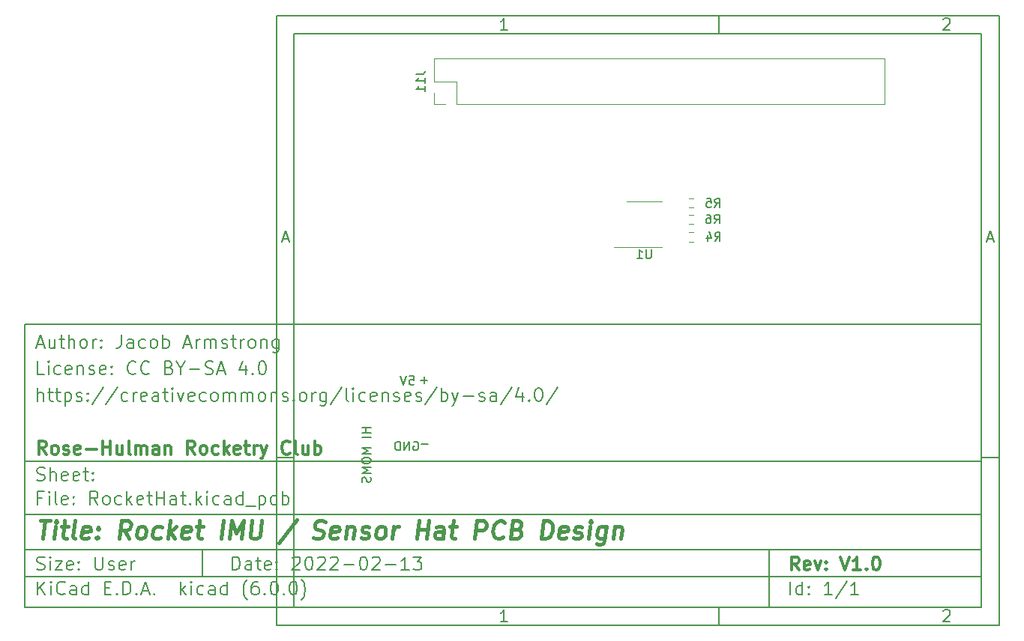
<source format=gbr>
%TF.GenerationSoftware,KiCad,Pcbnew,(6.0.0)*%
%TF.CreationDate,2022-02-21T16:10:18-05:00*%
%TF.ProjectId,RocketHat,526f636b-6574-4486-9174-2e6b69636164,V1.0*%
%TF.SameCoordinates,Original*%
%TF.FileFunction,Legend,Bot*%
%TF.FilePolarity,Positive*%
%FSLAX46Y46*%
G04 Gerber Fmt 4.6, Leading zero omitted, Abs format (unit mm)*
G04 Created by KiCad (PCBNEW (6.0.0)) date 2022-02-21 16:10:18*
%MOMM*%
%LPD*%
G01*
G04 APERTURE LIST*
%ADD10C,0.100000*%
%ADD11C,0.150000*%
%ADD12C,0.300000*%
%ADD13C,0.400000*%
%ADD14C,0.120000*%
G04 APERTURE END LIST*
D10*
D11*
X-18400000Y-44900000D02*
X-18400000Y-76900000D01*
X89600000Y-76900000D01*
X89600000Y-44900000D01*
X-18400000Y-44900000D01*
D10*
D11*
X10000000Y-10000000D02*
X10000000Y-78900000D01*
X91600000Y-78900000D01*
X91600000Y-10000000D01*
X10000000Y-10000000D01*
D10*
D11*
X12000000Y-12000000D02*
X12000000Y-76900000D01*
X89600000Y-76900000D01*
X89600000Y-12000000D01*
X12000000Y-12000000D01*
D10*
D11*
X60000000Y-12000000D02*
X60000000Y-10000000D01*
D10*
D11*
X36065476Y-11588095D02*
X35322619Y-11588095D01*
X35694047Y-11588095D02*
X35694047Y-10288095D01*
X35570238Y-10473809D01*
X35446428Y-10597619D01*
X35322619Y-10659523D01*
D10*
D11*
X85322619Y-10411904D02*
X85384523Y-10350000D01*
X85508333Y-10288095D01*
X85817857Y-10288095D01*
X85941666Y-10350000D01*
X86003571Y-10411904D01*
X86065476Y-10535714D01*
X86065476Y-10659523D01*
X86003571Y-10845238D01*
X85260714Y-11588095D01*
X86065476Y-11588095D01*
D10*
D11*
X60000000Y-76900000D02*
X60000000Y-78900000D01*
D10*
D11*
X36065476Y-78488095D02*
X35322619Y-78488095D01*
X35694047Y-78488095D02*
X35694047Y-77188095D01*
X35570238Y-77373809D01*
X35446428Y-77497619D01*
X35322619Y-77559523D01*
D10*
D11*
X85322619Y-77311904D02*
X85384523Y-77250000D01*
X85508333Y-77188095D01*
X85817857Y-77188095D01*
X85941666Y-77250000D01*
X86003571Y-77311904D01*
X86065476Y-77435714D01*
X86065476Y-77559523D01*
X86003571Y-77745238D01*
X85260714Y-78488095D01*
X86065476Y-78488095D01*
D10*
D11*
X10000000Y-60000000D02*
X12000000Y-60000000D01*
D10*
D11*
X10690476Y-35216666D02*
X11309523Y-35216666D01*
X10566666Y-35588095D02*
X11000000Y-34288095D01*
X11433333Y-35588095D01*
D10*
D11*
X91600000Y-60000000D02*
X89600000Y-60000000D01*
D10*
D11*
X90290476Y-35216666D02*
X90909523Y-35216666D01*
X90166666Y-35588095D02*
X90600000Y-34288095D01*
X91033333Y-35588095D01*
D10*
D11*
X5032142Y-72678571D02*
X5032142Y-71178571D01*
X5389285Y-71178571D01*
X5603571Y-71250000D01*
X5746428Y-71392857D01*
X5817857Y-71535714D01*
X5889285Y-71821428D01*
X5889285Y-72035714D01*
X5817857Y-72321428D01*
X5746428Y-72464285D01*
X5603571Y-72607142D01*
X5389285Y-72678571D01*
X5032142Y-72678571D01*
X7175000Y-72678571D02*
X7175000Y-71892857D01*
X7103571Y-71750000D01*
X6960714Y-71678571D01*
X6675000Y-71678571D01*
X6532142Y-71750000D01*
X7175000Y-72607142D02*
X7032142Y-72678571D01*
X6675000Y-72678571D01*
X6532142Y-72607142D01*
X6460714Y-72464285D01*
X6460714Y-72321428D01*
X6532142Y-72178571D01*
X6675000Y-72107142D01*
X7032142Y-72107142D01*
X7175000Y-72035714D01*
X7675000Y-71678571D02*
X8246428Y-71678571D01*
X7889285Y-71178571D02*
X7889285Y-72464285D01*
X7960714Y-72607142D01*
X8103571Y-72678571D01*
X8246428Y-72678571D01*
X9317857Y-72607142D02*
X9175000Y-72678571D01*
X8889285Y-72678571D01*
X8746428Y-72607142D01*
X8675000Y-72464285D01*
X8675000Y-71892857D01*
X8746428Y-71750000D01*
X8889285Y-71678571D01*
X9175000Y-71678571D01*
X9317857Y-71750000D01*
X9389285Y-71892857D01*
X9389285Y-72035714D01*
X8675000Y-72178571D01*
X10032142Y-72535714D02*
X10103571Y-72607142D01*
X10032142Y-72678571D01*
X9960714Y-72607142D01*
X10032142Y-72535714D01*
X10032142Y-72678571D01*
X10032142Y-71750000D02*
X10103571Y-71821428D01*
X10032142Y-71892857D01*
X9960714Y-71821428D01*
X10032142Y-71750000D01*
X10032142Y-71892857D01*
X11817857Y-71321428D02*
X11889285Y-71250000D01*
X12032142Y-71178571D01*
X12389285Y-71178571D01*
X12532142Y-71250000D01*
X12603571Y-71321428D01*
X12675000Y-71464285D01*
X12675000Y-71607142D01*
X12603571Y-71821428D01*
X11746428Y-72678571D01*
X12675000Y-72678571D01*
X13603571Y-71178571D02*
X13746428Y-71178571D01*
X13889285Y-71250000D01*
X13960714Y-71321428D01*
X14032142Y-71464285D01*
X14103571Y-71750000D01*
X14103571Y-72107142D01*
X14032142Y-72392857D01*
X13960714Y-72535714D01*
X13889285Y-72607142D01*
X13746428Y-72678571D01*
X13603571Y-72678571D01*
X13460714Y-72607142D01*
X13389285Y-72535714D01*
X13317857Y-72392857D01*
X13246428Y-72107142D01*
X13246428Y-71750000D01*
X13317857Y-71464285D01*
X13389285Y-71321428D01*
X13460714Y-71250000D01*
X13603571Y-71178571D01*
X14674999Y-71321428D02*
X14746428Y-71250000D01*
X14889285Y-71178571D01*
X15246428Y-71178571D01*
X15389285Y-71250000D01*
X15460714Y-71321428D01*
X15532142Y-71464285D01*
X15532142Y-71607142D01*
X15460714Y-71821428D01*
X14603571Y-72678571D01*
X15532142Y-72678571D01*
X16103571Y-71321428D02*
X16174999Y-71250000D01*
X16317857Y-71178571D01*
X16674999Y-71178571D01*
X16817857Y-71250000D01*
X16889285Y-71321428D01*
X16960714Y-71464285D01*
X16960714Y-71607142D01*
X16889285Y-71821428D01*
X16032142Y-72678571D01*
X16960714Y-72678571D01*
X17603571Y-72107142D02*
X18746428Y-72107142D01*
X19746428Y-71178571D02*
X19889285Y-71178571D01*
X20032142Y-71250000D01*
X20103571Y-71321428D01*
X20175000Y-71464285D01*
X20246428Y-71750000D01*
X20246428Y-72107142D01*
X20175000Y-72392857D01*
X20103571Y-72535714D01*
X20032142Y-72607142D01*
X19889285Y-72678571D01*
X19746428Y-72678571D01*
X19603571Y-72607142D01*
X19532142Y-72535714D01*
X19460714Y-72392857D01*
X19389285Y-72107142D01*
X19389285Y-71750000D01*
X19460714Y-71464285D01*
X19532142Y-71321428D01*
X19603571Y-71250000D01*
X19746428Y-71178571D01*
X20817857Y-71321428D02*
X20889285Y-71250000D01*
X21032142Y-71178571D01*
X21389285Y-71178571D01*
X21532142Y-71250000D01*
X21603571Y-71321428D01*
X21675000Y-71464285D01*
X21675000Y-71607142D01*
X21603571Y-71821428D01*
X20746428Y-72678571D01*
X21675000Y-72678571D01*
X22317857Y-72107142D02*
X23460714Y-72107142D01*
X24960714Y-72678571D02*
X24103571Y-72678571D01*
X24532142Y-72678571D02*
X24532142Y-71178571D01*
X24389285Y-71392857D01*
X24246428Y-71535714D01*
X24103571Y-71607142D01*
X25460714Y-71178571D02*
X26389285Y-71178571D01*
X25889285Y-71750000D01*
X26103571Y-71750000D01*
X26246428Y-71821428D01*
X26317857Y-71892857D01*
X26389285Y-72035714D01*
X26389285Y-72392857D01*
X26317857Y-72535714D01*
X26246428Y-72607142D01*
X26103571Y-72678571D01*
X25675000Y-72678571D01*
X25532142Y-72607142D01*
X25460714Y-72535714D01*
D10*
D11*
X-18400000Y-73400000D02*
X89600000Y-73400000D01*
D10*
D11*
X-16967857Y-75478571D02*
X-16967857Y-73978571D01*
X-16110714Y-75478571D02*
X-16753571Y-74621428D01*
X-16110714Y-73978571D02*
X-16967857Y-74835714D01*
X-15467857Y-75478571D02*
X-15467857Y-74478571D01*
X-15467857Y-73978571D02*
X-15539285Y-74050000D01*
X-15467857Y-74121428D01*
X-15396428Y-74050000D01*
X-15467857Y-73978571D01*
X-15467857Y-74121428D01*
X-13896428Y-75335714D02*
X-13967857Y-75407142D01*
X-14182142Y-75478571D01*
X-14325000Y-75478571D01*
X-14539285Y-75407142D01*
X-14682142Y-75264285D01*
X-14753571Y-75121428D01*
X-14825000Y-74835714D01*
X-14825000Y-74621428D01*
X-14753571Y-74335714D01*
X-14682142Y-74192857D01*
X-14539285Y-74050000D01*
X-14325000Y-73978571D01*
X-14182142Y-73978571D01*
X-13967857Y-74050000D01*
X-13896428Y-74121428D01*
X-12610714Y-75478571D02*
X-12610714Y-74692857D01*
X-12682142Y-74550000D01*
X-12825000Y-74478571D01*
X-13110714Y-74478571D01*
X-13253571Y-74550000D01*
X-12610714Y-75407142D02*
X-12753571Y-75478571D01*
X-13110714Y-75478571D01*
X-13253571Y-75407142D01*
X-13325000Y-75264285D01*
X-13325000Y-75121428D01*
X-13253571Y-74978571D01*
X-13110714Y-74907142D01*
X-12753571Y-74907142D01*
X-12610714Y-74835714D01*
X-11253571Y-75478571D02*
X-11253571Y-73978571D01*
X-11253571Y-75407142D02*
X-11396428Y-75478571D01*
X-11682142Y-75478571D01*
X-11825000Y-75407142D01*
X-11896428Y-75335714D01*
X-11967857Y-75192857D01*
X-11967857Y-74764285D01*
X-11896428Y-74621428D01*
X-11825000Y-74550000D01*
X-11682142Y-74478571D01*
X-11396428Y-74478571D01*
X-11253571Y-74550000D01*
X-9396428Y-74692857D02*
X-8896428Y-74692857D01*
X-8682142Y-75478571D02*
X-9396428Y-75478571D01*
X-9396428Y-73978571D01*
X-8682142Y-73978571D01*
X-8039285Y-75335714D02*
X-7967857Y-75407142D01*
X-8039285Y-75478571D01*
X-8110714Y-75407142D01*
X-8039285Y-75335714D01*
X-8039285Y-75478571D01*
X-7325000Y-75478571D02*
X-7325000Y-73978571D01*
X-6967857Y-73978571D01*
X-6753571Y-74050000D01*
X-6610714Y-74192857D01*
X-6539285Y-74335714D01*
X-6467857Y-74621428D01*
X-6467857Y-74835714D01*
X-6539285Y-75121428D01*
X-6610714Y-75264285D01*
X-6753571Y-75407142D01*
X-6967857Y-75478571D01*
X-7325000Y-75478571D01*
X-5825000Y-75335714D02*
X-5753571Y-75407142D01*
X-5825000Y-75478571D01*
X-5896428Y-75407142D01*
X-5825000Y-75335714D01*
X-5825000Y-75478571D01*
X-5182142Y-75050000D02*
X-4467857Y-75050000D01*
X-5325000Y-75478571D02*
X-4825000Y-73978571D01*
X-4325000Y-75478571D01*
X-3825000Y-75335714D02*
X-3753571Y-75407142D01*
X-3825000Y-75478571D01*
X-3896428Y-75407142D01*
X-3825000Y-75335714D01*
X-3825000Y-75478571D01*
X-825000Y-75478571D02*
X-825000Y-73978571D01*
X-682142Y-74907142D02*
X-253571Y-75478571D01*
X-253571Y-74478571D02*
X-825000Y-75050000D01*
X389285Y-75478571D02*
X389285Y-74478571D01*
X389285Y-73978571D02*
X317857Y-74050000D01*
X389285Y-74121428D01*
X460714Y-74050000D01*
X389285Y-73978571D01*
X389285Y-74121428D01*
X1746428Y-75407142D02*
X1603571Y-75478571D01*
X1317857Y-75478571D01*
X1174999Y-75407142D01*
X1103571Y-75335714D01*
X1032142Y-75192857D01*
X1032142Y-74764285D01*
X1103571Y-74621428D01*
X1174999Y-74550000D01*
X1317857Y-74478571D01*
X1603571Y-74478571D01*
X1746428Y-74550000D01*
X3032142Y-75478571D02*
X3032142Y-74692857D01*
X2960714Y-74550000D01*
X2817857Y-74478571D01*
X2532142Y-74478571D01*
X2389285Y-74550000D01*
X3032142Y-75407142D02*
X2889285Y-75478571D01*
X2532142Y-75478571D01*
X2389285Y-75407142D01*
X2317857Y-75264285D01*
X2317857Y-75121428D01*
X2389285Y-74978571D01*
X2532142Y-74907142D01*
X2889285Y-74907142D01*
X3032142Y-74835714D01*
X4389285Y-75478571D02*
X4389285Y-73978571D01*
X4389285Y-75407142D02*
X4246428Y-75478571D01*
X3960714Y-75478571D01*
X3817857Y-75407142D01*
X3746428Y-75335714D01*
X3675000Y-75192857D01*
X3675000Y-74764285D01*
X3746428Y-74621428D01*
X3817857Y-74550000D01*
X3960714Y-74478571D01*
X4246428Y-74478571D01*
X4389285Y-74550000D01*
X6675000Y-76050000D02*
X6603571Y-75978571D01*
X6460714Y-75764285D01*
X6389285Y-75621428D01*
X6317857Y-75407142D01*
X6246428Y-75050000D01*
X6246428Y-74764285D01*
X6317857Y-74407142D01*
X6389285Y-74192857D01*
X6460714Y-74050000D01*
X6603571Y-73835714D01*
X6675000Y-73764285D01*
X7889285Y-73978571D02*
X7603571Y-73978571D01*
X7460714Y-74050000D01*
X7389285Y-74121428D01*
X7246428Y-74335714D01*
X7175000Y-74621428D01*
X7175000Y-75192857D01*
X7246428Y-75335714D01*
X7317857Y-75407142D01*
X7460714Y-75478571D01*
X7746428Y-75478571D01*
X7889285Y-75407142D01*
X7960714Y-75335714D01*
X8032142Y-75192857D01*
X8032142Y-74835714D01*
X7960714Y-74692857D01*
X7889285Y-74621428D01*
X7746428Y-74550000D01*
X7460714Y-74550000D01*
X7317857Y-74621428D01*
X7246428Y-74692857D01*
X7175000Y-74835714D01*
X8675000Y-75335714D02*
X8746428Y-75407142D01*
X8675000Y-75478571D01*
X8603571Y-75407142D01*
X8675000Y-75335714D01*
X8675000Y-75478571D01*
X9674999Y-73978571D02*
X9817857Y-73978571D01*
X9960714Y-74050000D01*
X10032142Y-74121428D01*
X10103571Y-74264285D01*
X10174999Y-74550000D01*
X10174999Y-74907142D01*
X10103571Y-75192857D01*
X10032142Y-75335714D01*
X9960714Y-75407142D01*
X9817857Y-75478571D01*
X9674999Y-75478571D01*
X9532142Y-75407142D01*
X9460714Y-75335714D01*
X9389285Y-75192857D01*
X9317857Y-74907142D01*
X9317857Y-74550000D01*
X9389285Y-74264285D01*
X9460714Y-74121428D01*
X9532142Y-74050000D01*
X9674999Y-73978571D01*
X10817857Y-75335714D02*
X10889285Y-75407142D01*
X10817857Y-75478571D01*
X10746428Y-75407142D01*
X10817857Y-75335714D01*
X10817857Y-75478571D01*
X11817857Y-73978571D02*
X11960714Y-73978571D01*
X12103571Y-74050000D01*
X12174999Y-74121428D01*
X12246428Y-74264285D01*
X12317857Y-74550000D01*
X12317857Y-74907142D01*
X12246428Y-75192857D01*
X12174999Y-75335714D01*
X12103571Y-75407142D01*
X11960714Y-75478571D01*
X11817857Y-75478571D01*
X11674999Y-75407142D01*
X11603571Y-75335714D01*
X11532142Y-75192857D01*
X11460714Y-74907142D01*
X11460714Y-74550000D01*
X11532142Y-74264285D01*
X11603571Y-74121428D01*
X11674999Y-74050000D01*
X11817857Y-73978571D01*
X12817857Y-76050000D02*
X12889285Y-75978571D01*
X13032142Y-75764285D01*
X13103571Y-75621428D01*
X13174999Y-75407142D01*
X13246428Y-75050000D01*
X13246428Y-74764285D01*
X13174999Y-74407142D01*
X13103571Y-74192857D01*
X13032142Y-74050000D01*
X12889285Y-73835714D01*
X12817857Y-73764285D01*
D10*
D11*
X-18400000Y-70400000D02*
X89600000Y-70400000D01*
D10*
D12*
X69009285Y-72678571D02*
X68509285Y-71964285D01*
X68152142Y-72678571D02*
X68152142Y-71178571D01*
X68723571Y-71178571D01*
X68866428Y-71250000D01*
X68937857Y-71321428D01*
X69009285Y-71464285D01*
X69009285Y-71678571D01*
X68937857Y-71821428D01*
X68866428Y-71892857D01*
X68723571Y-71964285D01*
X68152142Y-71964285D01*
X70223571Y-72607142D02*
X70080714Y-72678571D01*
X69795000Y-72678571D01*
X69652142Y-72607142D01*
X69580714Y-72464285D01*
X69580714Y-71892857D01*
X69652142Y-71750000D01*
X69795000Y-71678571D01*
X70080714Y-71678571D01*
X70223571Y-71750000D01*
X70295000Y-71892857D01*
X70295000Y-72035714D01*
X69580714Y-72178571D01*
X70795000Y-71678571D02*
X71152142Y-72678571D01*
X71509285Y-71678571D01*
X72080714Y-72535714D02*
X72152142Y-72607142D01*
X72080714Y-72678571D01*
X72009285Y-72607142D01*
X72080714Y-72535714D01*
X72080714Y-72678571D01*
X72080714Y-71750000D02*
X72152142Y-71821428D01*
X72080714Y-71892857D01*
X72009285Y-71821428D01*
X72080714Y-71750000D01*
X72080714Y-71892857D01*
X73723571Y-71178571D02*
X74223571Y-72678571D01*
X74723571Y-71178571D01*
X76009285Y-72678571D02*
X75152142Y-72678571D01*
X75580714Y-72678571D02*
X75580714Y-71178571D01*
X75437857Y-71392857D01*
X75295000Y-71535714D01*
X75152142Y-71607142D01*
X76652142Y-72535714D02*
X76723571Y-72607142D01*
X76652142Y-72678571D01*
X76580714Y-72607142D01*
X76652142Y-72535714D01*
X76652142Y-72678571D01*
X77652142Y-71178571D02*
X77795000Y-71178571D01*
X77937857Y-71250000D01*
X78009285Y-71321428D01*
X78080714Y-71464285D01*
X78152142Y-71750000D01*
X78152142Y-72107142D01*
X78080714Y-72392857D01*
X78009285Y-72535714D01*
X77937857Y-72607142D01*
X77795000Y-72678571D01*
X77652142Y-72678571D01*
X77509285Y-72607142D01*
X77437857Y-72535714D01*
X77366428Y-72392857D01*
X77295000Y-72107142D01*
X77295000Y-71750000D01*
X77366428Y-71464285D01*
X77437857Y-71321428D01*
X77509285Y-71250000D01*
X77652142Y-71178571D01*
D10*
D11*
X-17039285Y-72607142D02*
X-16825000Y-72678571D01*
X-16467857Y-72678571D01*
X-16325000Y-72607142D01*
X-16253571Y-72535714D01*
X-16182142Y-72392857D01*
X-16182142Y-72250000D01*
X-16253571Y-72107142D01*
X-16325000Y-72035714D01*
X-16467857Y-71964285D01*
X-16753571Y-71892857D01*
X-16896428Y-71821428D01*
X-16967857Y-71750000D01*
X-17039285Y-71607142D01*
X-17039285Y-71464285D01*
X-16967857Y-71321428D01*
X-16896428Y-71250000D01*
X-16753571Y-71178571D01*
X-16396428Y-71178571D01*
X-16182142Y-71250000D01*
X-15539285Y-72678571D02*
X-15539285Y-71678571D01*
X-15539285Y-71178571D02*
X-15610714Y-71250000D01*
X-15539285Y-71321428D01*
X-15467857Y-71250000D01*
X-15539285Y-71178571D01*
X-15539285Y-71321428D01*
X-14967857Y-71678571D02*
X-14182142Y-71678571D01*
X-14967857Y-72678571D01*
X-14182142Y-72678571D01*
X-13039285Y-72607142D02*
X-13182142Y-72678571D01*
X-13467857Y-72678571D01*
X-13610714Y-72607142D01*
X-13682142Y-72464285D01*
X-13682142Y-71892857D01*
X-13610714Y-71750000D01*
X-13467857Y-71678571D01*
X-13182142Y-71678571D01*
X-13039285Y-71750000D01*
X-12967857Y-71892857D01*
X-12967857Y-72035714D01*
X-13682142Y-72178571D01*
X-12325000Y-72535714D02*
X-12253571Y-72607142D01*
X-12325000Y-72678571D01*
X-12396428Y-72607142D01*
X-12325000Y-72535714D01*
X-12325000Y-72678571D01*
X-12325000Y-71750000D02*
X-12253571Y-71821428D01*
X-12325000Y-71892857D01*
X-12396428Y-71821428D01*
X-12325000Y-71750000D01*
X-12325000Y-71892857D01*
X-10467857Y-71178571D02*
X-10467857Y-72392857D01*
X-10396428Y-72535714D01*
X-10325000Y-72607142D01*
X-10182142Y-72678571D01*
X-9896428Y-72678571D01*
X-9753571Y-72607142D01*
X-9682142Y-72535714D01*
X-9610714Y-72392857D01*
X-9610714Y-71178571D01*
X-8967857Y-72607142D02*
X-8825000Y-72678571D01*
X-8539285Y-72678571D01*
X-8396428Y-72607142D01*
X-8325000Y-72464285D01*
X-8325000Y-72392857D01*
X-8396428Y-72250000D01*
X-8539285Y-72178571D01*
X-8753571Y-72178571D01*
X-8896428Y-72107142D01*
X-8967857Y-71964285D01*
X-8967857Y-71892857D01*
X-8896428Y-71750000D01*
X-8753571Y-71678571D01*
X-8539285Y-71678571D01*
X-8396428Y-71750000D01*
X-7110714Y-72607142D02*
X-7253571Y-72678571D01*
X-7539285Y-72678571D01*
X-7682142Y-72607142D01*
X-7753571Y-72464285D01*
X-7753571Y-71892857D01*
X-7682142Y-71750000D01*
X-7539285Y-71678571D01*
X-7253571Y-71678571D01*
X-7110714Y-71750000D01*
X-7039285Y-71892857D01*
X-7039285Y-72035714D01*
X-7753571Y-72178571D01*
X-6396428Y-72678571D02*
X-6396428Y-71678571D01*
X-6396428Y-71964285D02*
X-6325000Y-71821428D01*
X-6253571Y-71750000D01*
X-6110714Y-71678571D01*
X-5967857Y-71678571D01*
D10*
D11*
X68032142Y-75478571D02*
X68032142Y-73978571D01*
X69389285Y-75478571D02*
X69389285Y-73978571D01*
X69389285Y-75407142D02*
X69246428Y-75478571D01*
X68960714Y-75478571D01*
X68817857Y-75407142D01*
X68746428Y-75335714D01*
X68675000Y-75192857D01*
X68675000Y-74764285D01*
X68746428Y-74621428D01*
X68817857Y-74550000D01*
X68960714Y-74478571D01*
X69246428Y-74478571D01*
X69389285Y-74550000D01*
X70103571Y-75335714D02*
X70175000Y-75407142D01*
X70103571Y-75478571D01*
X70032142Y-75407142D01*
X70103571Y-75335714D01*
X70103571Y-75478571D01*
X70103571Y-74550000D02*
X70175000Y-74621428D01*
X70103571Y-74692857D01*
X70032142Y-74621428D01*
X70103571Y-74550000D01*
X70103571Y-74692857D01*
X72746428Y-75478571D02*
X71889285Y-75478571D01*
X72317857Y-75478571D02*
X72317857Y-73978571D01*
X72175000Y-74192857D01*
X72032142Y-74335714D01*
X71889285Y-74407142D01*
X74460714Y-73907142D02*
X73175000Y-75835714D01*
X75746428Y-75478571D02*
X74889285Y-75478571D01*
X75317857Y-75478571D02*
X75317857Y-73978571D01*
X75175000Y-74192857D01*
X75032142Y-74335714D01*
X74889285Y-74407142D01*
D10*
D11*
X-18400000Y-66400000D02*
X89600000Y-66400000D01*
D10*
D13*
X-16687619Y-67104761D02*
X-15544761Y-67104761D01*
X-16366190Y-69104761D02*
X-16116190Y-67104761D01*
X-15128095Y-69104761D02*
X-14961428Y-67771428D01*
X-14878095Y-67104761D02*
X-14985238Y-67200000D01*
X-14901904Y-67295238D01*
X-14794761Y-67200000D01*
X-14878095Y-67104761D01*
X-14901904Y-67295238D01*
X-14294761Y-67771428D02*
X-13532857Y-67771428D01*
X-13925714Y-67104761D02*
X-14140000Y-68819047D01*
X-14068571Y-69009523D01*
X-13890000Y-69104761D01*
X-13699523Y-69104761D01*
X-12747142Y-69104761D02*
X-12925714Y-69009523D01*
X-12997142Y-68819047D01*
X-12782857Y-67104761D01*
X-11211428Y-69009523D02*
X-11413809Y-69104761D01*
X-11794761Y-69104761D01*
X-11973333Y-69009523D01*
X-12044761Y-68819047D01*
X-11949523Y-68057142D01*
X-11830476Y-67866666D01*
X-11628095Y-67771428D01*
X-11247142Y-67771428D01*
X-11068571Y-67866666D01*
X-10997142Y-68057142D01*
X-11020952Y-68247619D01*
X-11997142Y-68438095D01*
X-10247142Y-68914285D02*
X-10163809Y-69009523D01*
X-10270952Y-69104761D01*
X-10354285Y-69009523D01*
X-10247142Y-68914285D01*
X-10270952Y-69104761D01*
X-10116190Y-67866666D02*
X-10032857Y-67961904D01*
X-10140000Y-68057142D01*
X-10223333Y-67961904D01*
X-10116190Y-67866666D01*
X-10140000Y-68057142D01*
X-6651904Y-69104761D02*
X-7199523Y-68152380D01*
X-7794761Y-69104761D02*
X-7544761Y-67104761D01*
X-6782857Y-67104761D01*
X-6604285Y-67200000D01*
X-6520952Y-67295238D01*
X-6449523Y-67485714D01*
X-6485238Y-67771428D01*
X-6604285Y-67961904D01*
X-6711428Y-68057142D01*
X-6913809Y-68152380D01*
X-7675714Y-68152380D01*
X-5509047Y-69104761D02*
X-5687619Y-69009523D01*
X-5770952Y-68914285D01*
X-5842380Y-68723809D01*
X-5770952Y-68152380D01*
X-5651904Y-67961904D01*
X-5544761Y-67866666D01*
X-5342380Y-67771428D01*
X-5056666Y-67771428D01*
X-4878095Y-67866666D01*
X-4794761Y-67961904D01*
X-4723333Y-68152380D01*
X-4794761Y-68723809D01*
X-4913809Y-68914285D01*
X-5020952Y-69009523D01*
X-5223333Y-69104761D01*
X-5509047Y-69104761D01*
X-3116190Y-69009523D02*
X-3318571Y-69104761D01*
X-3699523Y-69104761D01*
X-3878095Y-69009523D01*
X-3961428Y-68914285D01*
X-4032857Y-68723809D01*
X-3961428Y-68152380D01*
X-3842380Y-67961904D01*
X-3735238Y-67866666D01*
X-3532857Y-67771428D01*
X-3151904Y-67771428D01*
X-2973333Y-67866666D01*
X-2270952Y-69104761D02*
X-2020952Y-67104761D01*
X-1985238Y-68342857D02*
X-1509047Y-69104761D01*
X-1342380Y-67771428D02*
X-2199523Y-68533333D01*
X121904Y-69009523D02*
X-80476Y-69104761D01*
X-461428Y-69104761D01*
X-640000Y-69009523D01*
X-711428Y-68819047D01*
X-616190Y-68057142D01*
X-497142Y-67866666D01*
X-294761Y-67771428D01*
X86190Y-67771428D01*
X264761Y-67866666D01*
X336190Y-68057142D01*
X312380Y-68247619D01*
X-663809Y-68438095D01*
X943333Y-67771428D02*
X1705238Y-67771428D01*
X1312380Y-67104761D02*
X1098095Y-68819047D01*
X1169523Y-69009523D01*
X1348095Y-69104761D01*
X1538571Y-69104761D01*
X3729047Y-69104761D02*
X3979047Y-67104761D01*
X4681428Y-69104761D02*
X4931428Y-67104761D01*
X5419523Y-68533333D01*
X6264761Y-67104761D01*
X6014761Y-69104761D01*
X7217142Y-67104761D02*
X7014761Y-68723809D01*
X7086190Y-68914285D01*
X7169523Y-69009523D01*
X7348095Y-69104761D01*
X7729047Y-69104761D01*
X7931428Y-69009523D01*
X8038571Y-68914285D01*
X8157619Y-68723809D01*
X8359999Y-67104761D01*
X12276666Y-67009523D02*
X10240952Y-69580952D01*
X14121904Y-69009523D02*
X14395714Y-69104761D01*
X14871904Y-69104761D01*
X15074285Y-69009523D01*
X15181428Y-68914285D01*
X15300476Y-68723809D01*
X15324285Y-68533333D01*
X15252857Y-68342857D01*
X15169523Y-68247619D01*
X14990952Y-68152380D01*
X14621904Y-68057142D01*
X14443333Y-67961904D01*
X14359999Y-67866666D01*
X14288571Y-67676190D01*
X14312380Y-67485714D01*
X14431428Y-67295238D01*
X14538571Y-67200000D01*
X14740952Y-67104761D01*
X15217142Y-67104761D01*
X15490952Y-67200000D01*
X16883809Y-69009523D02*
X16681428Y-69104761D01*
X16300476Y-69104761D01*
X16121904Y-69009523D01*
X16050476Y-68819047D01*
X16145714Y-68057142D01*
X16264761Y-67866666D01*
X16467142Y-67771428D01*
X16848095Y-67771428D01*
X17026666Y-67866666D01*
X17098095Y-68057142D01*
X17074285Y-68247619D01*
X16098095Y-68438095D01*
X17990952Y-67771428D02*
X17824285Y-69104761D01*
X17967142Y-67961904D02*
X18074285Y-67866666D01*
X18276666Y-67771428D01*
X18562380Y-67771428D01*
X18740952Y-67866666D01*
X18812380Y-68057142D01*
X18681428Y-69104761D01*
X19550476Y-69009523D02*
X19729047Y-69104761D01*
X20109999Y-69104761D01*
X20312380Y-69009523D01*
X20431428Y-68819047D01*
X20443333Y-68723809D01*
X20371904Y-68533333D01*
X20193333Y-68438095D01*
X19907619Y-68438095D01*
X19729047Y-68342857D01*
X19657619Y-68152380D01*
X19669523Y-68057142D01*
X19788571Y-67866666D01*
X19990952Y-67771428D01*
X20276666Y-67771428D01*
X20455238Y-67866666D01*
X21538571Y-69104761D02*
X21359999Y-69009523D01*
X21276666Y-68914285D01*
X21205238Y-68723809D01*
X21276666Y-68152380D01*
X21395714Y-67961904D01*
X21502857Y-67866666D01*
X21705238Y-67771428D01*
X21990952Y-67771428D01*
X22169523Y-67866666D01*
X22252857Y-67961904D01*
X22324285Y-68152380D01*
X22252857Y-68723809D01*
X22133809Y-68914285D01*
X22026666Y-69009523D01*
X21824285Y-69104761D01*
X21538571Y-69104761D01*
X23062380Y-69104761D02*
X23229047Y-67771428D01*
X23181428Y-68152380D02*
X23300476Y-67961904D01*
X23407619Y-67866666D01*
X23609999Y-67771428D01*
X23800476Y-67771428D01*
X25824285Y-69104761D02*
X26074285Y-67104761D01*
X25955238Y-68057142D02*
X27098095Y-68057142D01*
X26967142Y-69104761D02*
X27217142Y-67104761D01*
X28776666Y-69104761D02*
X28907619Y-68057142D01*
X28836190Y-67866666D01*
X28657619Y-67771428D01*
X28276666Y-67771428D01*
X28074285Y-67866666D01*
X28788571Y-69009523D02*
X28586190Y-69104761D01*
X28109999Y-69104761D01*
X27931428Y-69009523D01*
X27859999Y-68819047D01*
X27883809Y-68628571D01*
X28002857Y-68438095D01*
X28205238Y-68342857D01*
X28681428Y-68342857D01*
X28883809Y-68247619D01*
X29609999Y-67771428D02*
X30371904Y-67771428D01*
X29979047Y-67104761D02*
X29764761Y-68819047D01*
X29836190Y-69009523D01*
X30014761Y-69104761D01*
X30205238Y-69104761D01*
X32395714Y-69104761D02*
X32645714Y-67104761D01*
X33407619Y-67104761D01*
X33586190Y-67200000D01*
X33669523Y-67295238D01*
X33740952Y-67485714D01*
X33705238Y-67771428D01*
X33586190Y-67961904D01*
X33479047Y-68057142D01*
X33276666Y-68152380D01*
X32514761Y-68152380D01*
X35562380Y-68914285D02*
X35455238Y-69009523D01*
X35157619Y-69104761D01*
X34967142Y-69104761D01*
X34693333Y-69009523D01*
X34526666Y-68819047D01*
X34455238Y-68628571D01*
X34407619Y-68247619D01*
X34443333Y-67961904D01*
X34586190Y-67580952D01*
X34705238Y-67390476D01*
X34919523Y-67200000D01*
X35217142Y-67104761D01*
X35407619Y-67104761D01*
X35681428Y-67200000D01*
X35764761Y-67295238D01*
X37193333Y-68057142D02*
X37467142Y-68152380D01*
X37550476Y-68247619D01*
X37621904Y-68438095D01*
X37586190Y-68723809D01*
X37467142Y-68914285D01*
X37359999Y-69009523D01*
X37157619Y-69104761D01*
X36395714Y-69104761D01*
X36645714Y-67104761D01*
X37312380Y-67104761D01*
X37490952Y-67200000D01*
X37574285Y-67295238D01*
X37645714Y-67485714D01*
X37621904Y-67676190D01*
X37502857Y-67866666D01*
X37395714Y-67961904D01*
X37193333Y-68057142D01*
X36526666Y-68057142D01*
X39919523Y-69104761D02*
X40169523Y-67104761D01*
X40645714Y-67104761D01*
X40919523Y-67200000D01*
X41086190Y-67390476D01*
X41157619Y-67580952D01*
X41205238Y-67961904D01*
X41169523Y-68247619D01*
X41026666Y-68628571D01*
X40907619Y-68819047D01*
X40693333Y-69009523D01*
X40395714Y-69104761D01*
X39919523Y-69104761D01*
X42693333Y-69009523D02*
X42490952Y-69104761D01*
X42109999Y-69104761D01*
X41931428Y-69009523D01*
X41859999Y-68819047D01*
X41955238Y-68057142D01*
X42074285Y-67866666D01*
X42276666Y-67771428D01*
X42657619Y-67771428D01*
X42836190Y-67866666D01*
X42907619Y-68057142D01*
X42883809Y-68247619D01*
X41907619Y-68438095D01*
X43550476Y-69009523D02*
X43729047Y-69104761D01*
X44109999Y-69104761D01*
X44312380Y-69009523D01*
X44431428Y-68819047D01*
X44443333Y-68723809D01*
X44371904Y-68533333D01*
X44193333Y-68438095D01*
X43907619Y-68438095D01*
X43729047Y-68342857D01*
X43657619Y-68152380D01*
X43669523Y-68057142D01*
X43788571Y-67866666D01*
X43990952Y-67771428D01*
X44276666Y-67771428D01*
X44455238Y-67866666D01*
X45252857Y-69104761D02*
X45419523Y-67771428D01*
X45502857Y-67104761D02*
X45395714Y-67200000D01*
X45479047Y-67295238D01*
X45586190Y-67200000D01*
X45502857Y-67104761D01*
X45479047Y-67295238D01*
X47229047Y-67771428D02*
X47026666Y-69390476D01*
X46907619Y-69580952D01*
X46800476Y-69676190D01*
X46598095Y-69771428D01*
X46312380Y-69771428D01*
X46133809Y-69676190D01*
X47074285Y-69009523D02*
X46871904Y-69104761D01*
X46490952Y-69104761D01*
X46312380Y-69009523D01*
X46229047Y-68914285D01*
X46157619Y-68723809D01*
X46229047Y-68152380D01*
X46348095Y-67961904D01*
X46455238Y-67866666D01*
X46657619Y-67771428D01*
X47038571Y-67771428D01*
X47217142Y-67866666D01*
X48181428Y-67771428D02*
X48014761Y-69104761D01*
X48157619Y-67961904D02*
X48264761Y-67866666D01*
X48467142Y-67771428D01*
X48752857Y-67771428D01*
X48931428Y-67866666D01*
X49002857Y-68057142D01*
X48871904Y-69104761D01*
D10*
D11*
X-16467857Y-64492857D02*
X-16967857Y-64492857D01*
X-16967857Y-65278571D02*
X-16967857Y-63778571D01*
X-16253571Y-63778571D01*
X-15682142Y-65278571D02*
X-15682142Y-64278571D01*
X-15682142Y-63778571D02*
X-15753571Y-63850000D01*
X-15682142Y-63921428D01*
X-15610714Y-63850000D01*
X-15682142Y-63778571D01*
X-15682142Y-63921428D01*
X-14753571Y-65278571D02*
X-14896428Y-65207142D01*
X-14967857Y-65064285D01*
X-14967857Y-63778571D01*
X-13610714Y-65207142D02*
X-13753571Y-65278571D01*
X-14039285Y-65278571D01*
X-14182142Y-65207142D01*
X-14253571Y-65064285D01*
X-14253571Y-64492857D01*
X-14182142Y-64350000D01*
X-14039285Y-64278571D01*
X-13753571Y-64278571D01*
X-13610714Y-64350000D01*
X-13539285Y-64492857D01*
X-13539285Y-64635714D01*
X-14253571Y-64778571D01*
X-12896428Y-65135714D02*
X-12825000Y-65207142D01*
X-12896428Y-65278571D01*
X-12967857Y-65207142D01*
X-12896428Y-65135714D01*
X-12896428Y-65278571D01*
X-12896428Y-64350000D02*
X-12825000Y-64421428D01*
X-12896428Y-64492857D01*
X-12967857Y-64421428D01*
X-12896428Y-64350000D01*
X-12896428Y-64492857D01*
X-10182142Y-65278571D02*
X-10682142Y-64564285D01*
X-11039285Y-65278571D02*
X-11039285Y-63778571D01*
X-10467857Y-63778571D01*
X-10325000Y-63850000D01*
X-10253571Y-63921428D01*
X-10182142Y-64064285D01*
X-10182142Y-64278571D01*
X-10253571Y-64421428D01*
X-10325000Y-64492857D01*
X-10467857Y-64564285D01*
X-11039285Y-64564285D01*
X-9325000Y-65278571D02*
X-9467857Y-65207142D01*
X-9539285Y-65135714D01*
X-9610714Y-64992857D01*
X-9610714Y-64564285D01*
X-9539285Y-64421428D01*
X-9467857Y-64350000D01*
X-9325000Y-64278571D01*
X-9110714Y-64278571D01*
X-8967857Y-64350000D01*
X-8896428Y-64421428D01*
X-8825000Y-64564285D01*
X-8825000Y-64992857D01*
X-8896428Y-65135714D01*
X-8967857Y-65207142D01*
X-9110714Y-65278571D01*
X-9325000Y-65278571D01*
X-7539285Y-65207142D02*
X-7682142Y-65278571D01*
X-7967857Y-65278571D01*
X-8110714Y-65207142D01*
X-8182142Y-65135714D01*
X-8253571Y-64992857D01*
X-8253571Y-64564285D01*
X-8182142Y-64421428D01*
X-8110714Y-64350000D01*
X-7967857Y-64278571D01*
X-7682142Y-64278571D01*
X-7539285Y-64350000D01*
X-6896428Y-65278571D02*
X-6896428Y-63778571D01*
X-6753571Y-64707142D02*
X-6325000Y-65278571D01*
X-6325000Y-64278571D02*
X-6896428Y-64850000D01*
X-5110714Y-65207142D02*
X-5253571Y-65278571D01*
X-5539285Y-65278571D01*
X-5682142Y-65207142D01*
X-5753571Y-65064285D01*
X-5753571Y-64492857D01*
X-5682142Y-64350000D01*
X-5539285Y-64278571D01*
X-5253571Y-64278571D01*
X-5110714Y-64350000D01*
X-5039285Y-64492857D01*
X-5039285Y-64635714D01*
X-5753571Y-64778571D01*
X-4610714Y-64278571D02*
X-4039285Y-64278571D01*
X-4396428Y-63778571D02*
X-4396428Y-65064285D01*
X-4325000Y-65207142D01*
X-4182142Y-65278571D01*
X-4039285Y-65278571D01*
X-3539285Y-65278571D02*
X-3539285Y-63778571D01*
X-3539285Y-64492857D02*
X-2682142Y-64492857D01*
X-2682142Y-65278571D02*
X-2682142Y-63778571D01*
X-1325000Y-65278571D02*
X-1325000Y-64492857D01*
X-1396428Y-64350000D01*
X-1539285Y-64278571D01*
X-1825000Y-64278571D01*
X-1967857Y-64350000D01*
X-1325000Y-65207142D02*
X-1467857Y-65278571D01*
X-1825000Y-65278571D01*
X-1967857Y-65207142D01*
X-2039285Y-65064285D01*
X-2039285Y-64921428D01*
X-1967857Y-64778571D01*
X-1825000Y-64707142D01*
X-1467857Y-64707142D01*
X-1325000Y-64635714D01*
X-825000Y-64278571D02*
X-253571Y-64278571D01*
X-610714Y-63778571D02*
X-610714Y-65064285D01*
X-539285Y-65207142D01*
X-396428Y-65278571D01*
X-253571Y-65278571D01*
X246428Y-65135714D02*
X317857Y-65207142D01*
X246428Y-65278571D01*
X175000Y-65207142D01*
X246428Y-65135714D01*
X246428Y-65278571D01*
X960714Y-65278571D02*
X960714Y-63778571D01*
X1103571Y-64707142D02*
X1532142Y-65278571D01*
X1532142Y-64278571D02*
X960714Y-64850000D01*
X2174999Y-65278571D02*
X2174999Y-64278571D01*
X2174999Y-63778571D02*
X2103571Y-63850000D01*
X2174999Y-63921428D01*
X2246428Y-63850000D01*
X2174999Y-63778571D01*
X2174999Y-63921428D01*
X3532142Y-65207142D02*
X3389285Y-65278571D01*
X3103571Y-65278571D01*
X2960714Y-65207142D01*
X2889285Y-65135714D01*
X2817857Y-64992857D01*
X2817857Y-64564285D01*
X2889285Y-64421428D01*
X2960714Y-64350000D01*
X3103571Y-64278571D01*
X3389285Y-64278571D01*
X3532142Y-64350000D01*
X4817857Y-65278571D02*
X4817857Y-64492857D01*
X4746428Y-64350000D01*
X4603571Y-64278571D01*
X4317857Y-64278571D01*
X4174999Y-64350000D01*
X4817857Y-65207142D02*
X4674999Y-65278571D01*
X4317857Y-65278571D01*
X4174999Y-65207142D01*
X4103571Y-65064285D01*
X4103571Y-64921428D01*
X4174999Y-64778571D01*
X4317857Y-64707142D01*
X4674999Y-64707142D01*
X4817857Y-64635714D01*
X6174999Y-65278571D02*
X6174999Y-63778571D01*
X6174999Y-65207142D02*
X6032142Y-65278571D01*
X5746428Y-65278571D01*
X5603571Y-65207142D01*
X5532142Y-65135714D01*
X5460714Y-64992857D01*
X5460714Y-64564285D01*
X5532142Y-64421428D01*
X5603571Y-64350000D01*
X5746428Y-64278571D01*
X6032142Y-64278571D01*
X6174999Y-64350000D01*
X6532142Y-65421428D02*
X7674999Y-65421428D01*
X8032142Y-64278571D02*
X8032142Y-65778571D01*
X8032142Y-64350000D02*
X8174999Y-64278571D01*
X8460714Y-64278571D01*
X8603571Y-64350000D01*
X8674999Y-64421428D01*
X8746428Y-64564285D01*
X8746428Y-64992857D01*
X8674999Y-65135714D01*
X8603571Y-65207142D01*
X8460714Y-65278571D01*
X8174999Y-65278571D01*
X8032142Y-65207142D01*
X10032142Y-65207142D02*
X9889285Y-65278571D01*
X9603571Y-65278571D01*
X9460714Y-65207142D01*
X9389285Y-65135714D01*
X9317857Y-64992857D01*
X9317857Y-64564285D01*
X9389285Y-64421428D01*
X9460714Y-64350000D01*
X9603571Y-64278571D01*
X9889285Y-64278571D01*
X10032142Y-64350000D01*
X10675000Y-65278571D02*
X10675000Y-63778571D01*
X10675000Y-64350000D02*
X10817857Y-64278571D01*
X11103571Y-64278571D01*
X11246428Y-64350000D01*
X11317857Y-64421428D01*
X11389285Y-64564285D01*
X11389285Y-64992857D01*
X11317857Y-65135714D01*
X11246428Y-65207142D01*
X11103571Y-65278571D01*
X10817857Y-65278571D01*
X10675000Y-65207142D01*
D10*
D11*
X-18400000Y-60400000D02*
X89600000Y-60400000D01*
D10*
D11*
X-17039285Y-62507142D02*
X-16825000Y-62578571D01*
X-16467857Y-62578571D01*
X-16325000Y-62507142D01*
X-16253571Y-62435714D01*
X-16182142Y-62292857D01*
X-16182142Y-62150000D01*
X-16253571Y-62007142D01*
X-16325000Y-61935714D01*
X-16467857Y-61864285D01*
X-16753571Y-61792857D01*
X-16896428Y-61721428D01*
X-16967857Y-61650000D01*
X-17039285Y-61507142D01*
X-17039285Y-61364285D01*
X-16967857Y-61221428D01*
X-16896428Y-61150000D01*
X-16753571Y-61078571D01*
X-16396428Y-61078571D01*
X-16182142Y-61150000D01*
X-15539285Y-62578571D02*
X-15539285Y-61078571D01*
X-14896428Y-62578571D02*
X-14896428Y-61792857D01*
X-14967857Y-61650000D01*
X-15110714Y-61578571D01*
X-15325000Y-61578571D01*
X-15467857Y-61650000D01*
X-15539285Y-61721428D01*
X-13610714Y-62507142D02*
X-13753571Y-62578571D01*
X-14039285Y-62578571D01*
X-14182142Y-62507142D01*
X-14253571Y-62364285D01*
X-14253571Y-61792857D01*
X-14182142Y-61650000D01*
X-14039285Y-61578571D01*
X-13753571Y-61578571D01*
X-13610714Y-61650000D01*
X-13539285Y-61792857D01*
X-13539285Y-61935714D01*
X-14253571Y-62078571D01*
X-12325000Y-62507142D02*
X-12467857Y-62578571D01*
X-12753571Y-62578571D01*
X-12896428Y-62507142D01*
X-12967857Y-62364285D01*
X-12967857Y-61792857D01*
X-12896428Y-61650000D01*
X-12753571Y-61578571D01*
X-12467857Y-61578571D01*
X-12325000Y-61650000D01*
X-12253571Y-61792857D01*
X-12253571Y-61935714D01*
X-12967857Y-62078571D01*
X-11825000Y-61578571D02*
X-11253571Y-61578571D01*
X-11610714Y-61078571D02*
X-11610714Y-62364285D01*
X-11539285Y-62507142D01*
X-11396428Y-62578571D01*
X-11253571Y-62578571D01*
X-10753571Y-62435714D02*
X-10682142Y-62507142D01*
X-10753571Y-62578571D01*
X-10825000Y-62507142D01*
X-10753571Y-62435714D01*
X-10753571Y-62578571D01*
X-10753571Y-61650000D02*
X-10682142Y-61721428D01*
X-10753571Y-61792857D01*
X-10825000Y-61721428D01*
X-10753571Y-61650000D01*
X-10753571Y-61792857D01*
D10*
D12*
X-15990714Y-59578571D02*
X-16490714Y-58864285D01*
X-16847857Y-59578571D02*
X-16847857Y-58078571D01*
X-16276428Y-58078571D01*
X-16133571Y-58150000D01*
X-16062142Y-58221428D01*
X-15990714Y-58364285D01*
X-15990714Y-58578571D01*
X-16062142Y-58721428D01*
X-16133571Y-58792857D01*
X-16276428Y-58864285D01*
X-16847857Y-58864285D01*
X-15133571Y-59578571D02*
X-15276428Y-59507142D01*
X-15347857Y-59435714D01*
X-15419285Y-59292857D01*
X-15419285Y-58864285D01*
X-15347857Y-58721428D01*
X-15276428Y-58650000D01*
X-15133571Y-58578571D01*
X-14919285Y-58578571D01*
X-14776428Y-58650000D01*
X-14705000Y-58721428D01*
X-14633571Y-58864285D01*
X-14633571Y-59292857D01*
X-14705000Y-59435714D01*
X-14776428Y-59507142D01*
X-14919285Y-59578571D01*
X-15133571Y-59578571D01*
X-14062142Y-59507142D02*
X-13919285Y-59578571D01*
X-13633571Y-59578571D01*
X-13490714Y-59507142D01*
X-13419285Y-59364285D01*
X-13419285Y-59292857D01*
X-13490714Y-59150000D01*
X-13633571Y-59078571D01*
X-13847857Y-59078571D01*
X-13990714Y-59007142D01*
X-14062142Y-58864285D01*
X-14062142Y-58792857D01*
X-13990714Y-58650000D01*
X-13847857Y-58578571D01*
X-13633571Y-58578571D01*
X-13490714Y-58650000D01*
X-12205000Y-59507142D02*
X-12347857Y-59578571D01*
X-12633571Y-59578571D01*
X-12776428Y-59507142D01*
X-12847857Y-59364285D01*
X-12847857Y-58792857D01*
X-12776428Y-58650000D01*
X-12633571Y-58578571D01*
X-12347857Y-58578571D01*
X-12205000Y-58650000D01*
X-12133571Y-58792857D01*
X-12133571Y-58935714D01*
X-12847857Y-59078571D01*
X-11490714Y-59007142D02*
X-10347857Y-59007142D01*
X-9633571Y-59578571D02*
X-9633571Y-58078571D01*
X-9633571Y-58792857D02*
X-8776428Y-58792857D01*
X-8776428Y-59578571D02*
X-8776428Y-58078571D01*
X-7419285Y-58578571D02*
X-7419285Y-59578571D01*
X-8062142Y-58578571D02*
X-8062142Y-59364285D01*
X-7990714Y-59507142D01*
X-7847857Y-59578571D01*
X-7633571Y-59578571D01*
X-7490714Y-59507142D01*
X-7419285Y-59435714D01*
X-6490714Y-59578571D02*
X-6633571Y-59507142D01*
X-6705000Y-59364285D01*
X-6705000Y-58078571D01*
X-5919285Y-59578571D02*
X-5919285Y-58578571D01*
X-5919285Y-58721428D02*
X-5847857Y-58650000D01*
X-5705000Y-58578571D01*
X-5490714Y-58578571D01*
X-5347857Y-58650000D01*
X-5276428Y-58792857D01*
X-5276428Y-59578571D01*
X-5276428Y-58792857D02*
X-5205000Y-58650000D01*
X-5062142Y-58578571D01*
X-4847857Y-58578571D01*
X-4705000Y-58650000D01*
X-4633571Y-58792857D01*
X-4633571Y-59578571D01*
X-3276428Y-59578571D02*
X-3276428Y-58792857D01*
X-3347857Y-58650000D01*
X-3490714Y-58578571D01*
X-3776428Y-58578571D01*
X-3919285Y-58650000D01*
X-3276428Y-59507142D02*
X-3419285Y-59578571D01*
X-3776428Y-59578571D01*
X-3919285Y-59507142D01*
X-3990714Y-59364285D01*
X-3990714Y-59221428D01*
X-3919285Y-59078571D01*
X-3776428Y-59007142D01*
X-3419285Y-59007142D01*
X-3276428Y-58935714D01*
X-2562142Y-58578571D02*
X-2562142Y-59578571D01*
X-2562142Y-58721428D02*
X-2490714Y-58650000D01*
X-2347857Y-58578571D01*
X-2133571Y-58578571D01*
X-1990714Y-58650000D01*
X-1919285Y-58792857D01*
X-1919285Y-59578571D01*
X794999Y-59578571D02*
X294999Y-58864285D01*
X-62142Y-59578571D02*
X-62142Y-58078571D01*
X509285Y-58078571D01*
X652142Y-58150000D01*
X723571Y-58221428D01*
X794999Y-58364285D01*
X794999Y-58578571D01*
X723571Y-58721428D01*
X652142Y-58792857D01*
X509285Y-58864285D01*
X-62142Y-58864285D01*
X1652142Y-59578571D02*
X1509285Y-59507142D01*
X1437857Y-59435714D01*
X1366428Y-59292857D01*
X1366428Y-58864285D01*
X1437857Y-58721428D01*
X1509285Y-58650000D01*
X1652142Y-58578571D01*
X1866428Y-58578571D01*
X2009285Y-58650000D01*
X2080714Y-58721428D01*
X2152142Y-58864285D01*
X2152142Y-59292857D01*
X2080714Y-59435714D01*
X2009285Y-59507142D01*
X1866428Y-59578571D01*
X1652142Y-59578571D01*
X3437857Y-59507142D02*
X3295000Y-59578571D01*
X3009285Y-59578571D01*
X2866428Y-59507142D01*
X2795000Y-59435714D01*
X2723571Y-59292857D01*
X2723571Y-58864285D01*
X2795000Y-58721428D01*
X2866428Y-58650000D01*
X3009285Y-58578571D01*
X3295000Y-58578571D01*
X3437857Y-58650000D01*
X4080714Y-59578571D02*
X4080714Y-58078571D01*
X4223571Y-59007142D02*
X4652142Y-59578571D01*
X4652142Y-58578571D02*
X4080714Y-59150000D01*
X5866428Y-59507142D02*
X5723571Y-59578571D01*
X5437857Y-59578571D01*
X5295000Y-59507142D01*
X5223571Y-59364285D01*
X5223571Y-58792857D01*
X5295000Y-58650000D01*
X5437857Y-58578571D01*
X5723571Y-58578571D01*
X5866428Y-58650000D01*
X5937857Y-58792857D01*
X5937857Y-58935714D01*
X5223571Y-59078571D01*
X6366428Y-58578571D02*
X6937857Y-58578571D01*
X6580714Y-58078571D02*
X6580714Y-59364285D01*
X6652142Y-59507142D01*
X6795000Y-59578571D01*
X6937857Y-59578571D01*
X7437857Y-59578571D02*
X7437857Y-58578571D01*
X7437857Y-58864285D02*
X7509285Y-58721428D01*
X7580714Y-58650000D01*
X7723571Y-58578571D01*
X7866428Y-58578571D01*
X8223571Y-58578571D02*
X8580714Y-59578571D01*
X8937857Y-58578571D02*
X8580714Y-59578571D01*
X8437857Y-59935714D01*
X8366428Y-60007142D01*
X8223571Y-60078571D01*
X11509285Y-59435714D02*
X11437857Y-59507142D01*
X11223571Y-59578571D01*
X11080714Y-59578571D01*
X10866428Y-59507142D01*
X10723571Y-59364285D01*
X10652142Y-59221428D01*
X10580714Y-58935714D01*
X10580714Y-58721428D01*
X10652142Y-58435714D01*
X10723571Y-58292857D01*
X10866428Y-58150000D01*
X11080714Y-58078571D01*
X11223571Y-58078571D01*
X11437857Y-58150000D01*
X11509285Y-58221428D01*
X12366428Y-59578571D02*
X12223571Y-59507142D01*
X12152142Y-59364285D01*
X12152142Y-58078571D01*
X13580714Y-58578571D02*
X13580714Y-59578571D01*
X12937857Y-58578571D02*
X12937857Y-59364285D01*
X13009285Y-59507142D01*
X13152142Y-59578571D01*
X13366428Y-59578571D01*
X13509285Y-59507142D01*
X13580714Y-59435714D01*
X14295000Y-59578571D02*
X14295000Y-58078571D01*
X14295000Y-58650000D02*
X14437857Y-58578571D01*
X14723571Y-58578571D01*
X14866428Y-58650000D01*
X14937857Y-58721428D01*
X15009285Y-58864285D01*
X15009285Y-59292857D01*
X14937857Y-59435714D01*
X14866428Y-59507142D01*
X14723571Y-59578571D01*
X14437857Y-59578571D01*
X14295000Y-59507142D01*
D10*
D11*
D10*
D11*
X-16967857Y-53578571D02*
X-16967857Y-52078571D01*
X-16325000Y-53578571D02*
X-16325000Y-52792857D01*
X-16396428Y-52650000D01*
X-16539285Y-52578571D01*
X-16753571Y-52578571D01*
X-16896428Y-52650000D01*
X-16967857Y-52721428D01*
X-15825000Y-52578571D02*
X-15253571Y-52578571D01*
X-15610714Y-52078571D02*
X-15610714Y-53364285D01*
X-15539285Y-53507142D01*
X-15396428Y-53578571D01*
X-15253571Y-53578571D01*
X-14967857Y-52578571D02*
X-14396428Y-52578571D01*
X-14753571Y-52078571D02*
X-14753571Y-53364285D01*
X-14682142Y-53507142D01*
X-14539285Y-53578571D01*
X-14396428Y-53578571D01*
X-13896428Y-52578571D02*
X-13896428Y-54078571D01*
X-13896428Y-52650000D02*
X-13753571Y-52578571D01*
X-13467857Y-52578571D01*
X-13325000Y-52650000D01*
X-13253571Y-52721428D01*
X-13182142Y-52864285D01*
X-13182142Y-53292857D01*
X-13253571Y-53435714D01*
X-13325000Y-53507142D01*
X-13467857Y-53578571D01*
X-13753571Y-53578571D01*
X-13896428Y-53507142D01*
X-12610714Y-53507142D02*
X-12467857Y-53578571D01*
X-12182142Y-53578571D01*
X-12039285Y-53507142D01*
X-11967857Y-53364285D01*
X-11967857Y-53292857D01*
X-12039285Y-53150000D01*
X-12182142Y-53078571D01*
X-12396428Y-53078571D01*
X-12539285Y-53007142D01*
X-12610714Y-52864285D01*
X-12610714Y-52792857D01*
X-12539285Y-52650000D01*
X-12396428Y-52578571D01*
X-12182142Y-52578571D01*
X-12039285Y-52650000D01*
X-11325000Y-53435714D02*
X-11253571Y-53507142D01*
X-11325000Y-53578571D01*
X-11396428Y-53507142D01*
X-11325000Y-53435714D01*
X-11325000Y-53578571D01*
X-11325000Y-52650000D02*
X-11253571Y-52721428D01*
X-11325000Y-52792857D01*
X-11396428Y-52721428D01*
X-11325000Y-52650000D01*
X-11325000Y-52792857D01*
X-9539285Y-52007142D02*
X-10825000Y-53935714D01*
X-7967857Y-52007142D02*
X-9253571Y-53935714D01*
X-6825000Y-53507142D02*
X-6967857Y-53578571D01*
X-7253571Y-53578571D01*
X-7396428Y-53507142D01*
X-7467857Y-53435714D01*
X-7539285Y-53292857D01*
X-7539285Y-52864285D01*
X-7467857Y-52721428D01*
X-7396428Y-52650000D01*
X-7253571Y-52578571D01*
X-6967857Y-52578571D01*
X-6825000Y-52650000D01*
X-6182142Y-53578571D02*
X-6182142Y-52578571D01*
X-6182142Y-52864285D02*
X-6110714Y-52721428D01*
X-6039285Y-52650000D01*
X-5896428Y-52578571D01*
X-5753571Y-52578571D01*
X-4682142Y-53507142D02*
X-4825000Y-53578571D01*
X-5110714Y-53578571D01*
X-5253571Y-53507142D01*
X-5325000Y-53364285D01*
X-5325000Y-52792857D01*
X-5253571Y-52650000D01*
X-5110714Y-52578571D01*
X-4825000Y-52578571D01*
X-4682142Y-52650000D01*
X-4610714Y-52792857D01*
X-4610714Y-52935714D01*
X-5325000Y-53078571D01*
X-3325000Y-53578571D02*
X-3325000Y-52792857D01*
X-3396428Y-52650000D01*
X-3539285Y-52578571D01*
X-3825000Y-52578571D01*
X-3967857Y-52650000D01*
X-3325000Y-53507142D02*
X-3467857Y-53578571D01*
X-3825000Y-53578571D01*
X-3967857Y-53507142D01*
X-4039285Y-53364285D01*
X-4039285Y-53221428D01*
X-3967857Y-53078571D01*
X-3825000Y-53007142D01*
X-3467857Y-53007142D01*
X-3325000Y-52935714D01*
X-2825000Y-52578571D02*
X-2253571Y-52578571D01*
X-2610714Y-52078571D02*
X-2610714Y-53364285D01*
X-2539285Y-53507142D01*
X-2396428Y-53578571D01*
X-2253571Y-53578571D01*
X-1753571Y-53578571D02*
X-1753571Y-52578571D01*
X-1753571Y-52078571D02*
X-1825000Y-52150000D01*
X-1753571Y-52221428D01*
X-1682142Y-52150000D01*
X-1753571Y-52078571D01*
X-1753571Y-52221428D01*
X-1182142Y-52578571D02*
X-825000Y-53578571D01*
X-467857Y-52578571D01*
X675000Y-53507142D02*
X532142Y-53578571D01*
X246428Y-53578571D01*
X103571Y-53507142D01*
X32142Y-53364285D01*
X32142Y-52792857D01*
X103571Y-52650000D01*
X246428Y-52578571D01*
X532142Y-52578571D01*
X675000Y-52650000D01*
X746428Y-52792857D01*
X746428Y-52935714D01*
X32142Y-53078571D01*
X2032142Y-53507142D02*
X1889285Y-53578571D01*
X1603571Y-53578571D01*
X1460714Y-53507142D01*
X1389285Y-53435714D01*
X1317857Y-53292857D01*
X1317857Y-52864285D01*
X1389285Y-52721428D01*
X1460714Y-52650000D01*
X1603571Y-52578571D01*
X1889285Y-52578571D01*
X2032142Y-52650000D01*
X2889285Y-53578571D02*
X2746428Y-53507142D01*
X2675000Y-53435714D01*
X2603571Y-53292857D01*
X2603571Y-52864285D01*
X2675000Y-52721428D01*
X2746428Y-52650000D01*
X2889285Y-52578571D01*
X3103571Y-52578571D01*
X3246428Y-52650000D01*
X3317857Y-52721428D01*
X3389285Y-52864285D01*
X3389285Y-53292857D01*
X3317857Y-53435714D01*
X3246428Y-53507142D01*
X3103571Y-53578571D01*
X2889285Y-53578571D01*
X4032142Y-53578571D02*
X4032142Y-52578571D01*
X4032142Y-52721428D02*
X4103571Y-52650000D01*
X4246428Y-52578571D01*
X4460714Y-52578571D01*
X4603571Y-52650000D01*
X4675000Y-52792857D01*
X4675000Y-53578571D01*
X4675000Y-52792857D02*
X4746428Y-52650000D01*
X4889285Y-52578571D01*
X5103571Y-52578571D01*
X5246428Y-52650000D01*
X5317857Y-52792857D01*
X5317857Y-53578571D01*
X6032142Y-53578571D02*
X6032142Y-52578571D01*
X6032142Y-52721428D02*
X6103571Y-52650000D01*
X6246428Y-52578571D01*
X6460714Y-52578571D01*
X6603571Y-52650000D01*
X6675000Y-52792857D01*
X6675000Y-53578571D01*
X6675000Y-52792857D02*
X6746428Y-52650000D01*
X6889285Y-52578571D01*
X7103571Y-52578571D01*
X7246428Y-52650000D01*
X7317857Y-52792857D01*
X7317857Y-53578571D01*
X8246428Y-53578571D02*
X8103571Y-53507142D01*
X8032142Y-53435714D01*
X7960714Y-53292857D01*
X7960714Y-52864285D01*
X8032142Y-52721428D01*
X8103571Y-52650000D01*
X8246428Y-52578571D01*
X8460714Y-52578571D01*
X8603571Y-52650000D01*
X8675000Y-52721428D01*
X8746428Y-52864285D01*
X8746428Y-53292857D01*
X8675000Y-53435714D01*
X8603571Y-53507142D01*
X8460714Y-53578571D01*
X8246428Y-53578571D01*
X9389285Y-52578571D02*
X9389285Y-53578571D01*
X9389285Y-52721428D02*
X9460714Y-52650000D01*
X9603571Y-52578571D01*
X9817857Y-52578571D01*
X9960714Y-52650000D01*
X10032142Y-52792857D01*
X10032142Y-53578571D01*
X10675000Y-53507142D02*
X10817857Y-53578571D01*
X11103571Y-53578571D01*
X11246428Y-53507142D01*
X11317857Y-53364285D01*
X11317857Y-53292857D01*
X11246428Y-53150000D01*
X11103571Y-53078571D01*
X10889285Y-53078571D01*
X10746428Y-53007142D01*
X10675000Y-52864285D01*
X10675000Y-52792857D01*
X10746428Y-52650000D01*
X10889285Y-52578571D01*
X11103571Y-52578571D01*
X11246428Y-52650000D01*
X11960714Y-53435714D02*
X12032142Y-53507142D01*
X11960714Y-53578571D01*
X11889285Y-53507142D01*
X11960714Y-53435714D01*
X11960714Y-53578571D01*
X12889285Y-53578571D02*
X12746428Y-53507142D01*
X12675000Y-53435714D01*
X12603571Y-53292857D01*
X12603571Y-52864285D01*
X12675000Y-52721428D01*
X12746428Y-52650000D01*
X12889285Y-52578571D01*
X13103571Y-52578571D01*
X13246428Y-52650000D01*
X13317857Y-52721428D01*
X13389285Y-52864285D01*
X13389285Y-53292857D01*
X13317857Y-53435714D01*
X13246428Y-53507142D01*
X13103571Y-53578571D01*
X12889285Y-53578571D01*
X14032142Y-53578571D02*
X14032142Y-52578571D01*
X14032142Y-52864285D02*
X14103571Y-52721428D01*
X14175000Y-52650000D01*
X14317857Y-52578571D01*
X14460714Y-52578571D01*
X15603571Y-52578571D02*
X15603571Y-53792857D01*
X15532142Y-53935714D01*
X15460714Y-54007142D01*
X15317857Y-54078571D01*
X15103571Y-54078571D01*
X14960714Y-54007142D01*
X15603571Y-53507142D02*
X15460714Y-53578571D01*
X15175000Y-53578571D01*
X15032142Y-53507142D01*
X14960714Y-53435714D01*
X14889285Y-53292857D01*
X14889285Y-52864285D01*
X14960714Y-52721428D01*
X15032142Y-52650000D01*
X15175000Y-52578571D01*
X15460714Y-52578571D01*
X15603571Y-52650000D01*
X17389285Y-52007142D02*
X16103571Y-53935714D01*
X18103571Y-53578571D02*
X17960714Y-53507142D01*
X17889285Y-53364285D01*
X17889285Y-52078571D01*
X18675000Y-53578571D02*
X18675000Y-52578571D01*
X18675000Y-52078571D02*
X18603571Y-52150000D01*
X18675000Y-52221428D01*
X18746428Y-52150000D01*
X18675000Y-52078571D01*
X18675000Y-52221428D01*
X20032142Y-53507142D02*
X19889285Y-53578571D01*
X19603571Y-53578571D01*
X19460714Y-53507142D01*
X19389285Y-53435714D01*
X19317857Y-53292857D01*
X19317857Y-52864285D01*
X19389285Y-52721428D01*
X19460714Y-52650000D01*
X19603571Y-52578571D01*
X19889285Y-52578571D01*
X20032142Y-52650000D01*
X21246428Y-53507142D02*
X21103571Y-53578571D01*
X20817857Y-53578571D01*
X20675000Y-53507142D01*
X20603571Y-53364285D01*
X20603571Y-52792857D01*
X20675000Y-52650000D01*
X20817857Y-52578571D01*
X21103571Y-52578571D01*
X21246428Y-52650000D01*
X21317857Y-52792857D01*
X21317857Y-52935714D01*
X20603571Y-53078571D01*
X21960714Y-52578571D02*
X21960714Y-53578571D01*
X21960714Y-52721428D02*
X22032142Y-52650000D01*
X22175000Y-52578571D01*
X22389285Y-52578571D01*
X22532142Y-52650000D01*
X22603571Y-52792857D01*
X22603571Y-53578571D01*
X23246428Y-53507142D02*
X23389285Y-53578571D01*
X23675000Y-53578571D01*
X23817857Y-53507142D01*
X23889285Y-53364285D01*
X23889285Y-53292857D01*
X23817857Y-53150000D01*
X23675000Y-53078571D01*
X23460714Y-53078571D01*
X23317857Y-53007142D01*
X23246428Y-52864285D01*
X23246428Y-52792857D01*
X23317857Y-52650000D01*
X23460714Y-52578571D01*
X23675000Y-52578571D01*
X23817857Y-52650000D01*
X25103571Y-53507142D02*
X24960714Y-53578571D01*
X24675000Y-53578571D01*
X24532142Y-53507142D01*
X24460714Y-53364285D01*
X24460714Y-52792857D01*
X24532142Y-52650000D01*
X24675000Y-52578571D01*
X24960714Y-52578571D01*
X25103571Y-52650000D01*
X25175000Y-52792857D01*
X25175000Y-52935714D01*
X24460714Y-53078571D01*
X25746428Y-53507142D02*
X25889285Y-53578571D01*
X26175000Y-53578571D01*
X26317857Y-53507142D01*
X26389285Y-53364285D01*
X26389285Y-53292857D01*
X26317857Y-53150000D01*
X26175000Y-53078571D01*
X25960714Y-53078571D01*
X25817857Y-53007142D01*
X25746428Y-52864285D01*
X25746428Y-52792857D01*
X25817857Y-52650000D01*
X25960714Y-52578571D01*
X26175000Y-52578571D01*
X26317857Y-52650000D01*
X28103571Y-52007142D02*
X26817857Y-53935714D01*
X28603571Y-53578571D02*
X28603571Y-52078571D01*
X28603571Y-52650000D02*
X28746428Y-52578571D01*
X29032142Y-52578571D01*
X29175000Y-52650000D01*
X29246428Y-52721428D01*
X29317857Y-52864285D01*
X29317857Y-53292857D01*
X29246428Y-53435714D01*
X29175000Y-53507142D01*
X29032142Y-53578571D01*
X28746428Y-53578571D01*
X28603571Y-53507142D01*
X29817857Y-52578571D02*
X30175000Y-53578571D01*
X30532142Y-52578571D02*
X30175000Y-53578571D01*
X30032142Y-53935714D01*
X29960714Y-54007142D01*
X29817857Y-54078571D01*
X31103571Y-53007142D02*
X32246428Y-53007142D01*
X32889285Y-53507142D02*
X33032142Y-53578571D01*
X33317857Y-53578571D01*
X33460714Y-53507142D01*
X33532142Y-53364285D01*
X33532142Y-53292857D01*
X33460714Y-53150000D01*
X33317857Y-53078571D01*
X33103571Y-53078571D01*
X32960714Y-53007142D01*
X32889285Y-52864285D01*
X32889285Y-52792857D01*
X32960714Y-52650000D01*
X33103571Y-52578571D01*
X33317857Y-52578571D01*
X33460714Y-52650000D01*
X34817857Y-53578571D02*
X34817857Y-52792857D01*
X34746428Y-52650000D01*
X34603571Y-52578571D01*
X34317857Y-52578571D01*
X34175000Y-52650000D01*
X34817857Y-53507142D02*
X34675000Y-53578571D01*
X34317857Y-53578571D01*
X34175000Y-53507142D01*
X34103571Y-53364285D01*
X34103571Y-53221428D01*
X34175000Y-53078571D01*
X34317857Y-53007142D01*
X34675000Y-53007142D01*
X34817857Y-52935714D01*
X36603571Y-52007142D02*
X35317857Y-53935714D01*
X37746428Y-52578571D02*
X37746428Y-53578571D01*
X37389285Y-52007142D02*
X37032142Y-53078571D01*
X37960714Y-53078571D01*
X38532142Y-53435714D02*
X38603571Y-53507142D01*
X38532142Y-53578571D01*
X38460714Y-53507142D01*
X38532142Y-53435714D01*
X38532142Y-53578571D01*
X39532142Y-52078571D02*
X39675000Y-52078571D01*
X39817857Y-52150000D01*
X39889285Y-52221428D01*
X39960714Y-52364285D01*
X40032142Y-52650000D01*
X40032142Y-53007142D01*
X39960714Y-53292857D01*
X39889285Y-53435714D01*
X39817857Y-53507142D01*
X39675000Y-53578571D01*
X39532142Y-53578571D01*
X39389285Y-53507142D01*
X39317857Y-53435714D01*
X39246428Y-53292857D01*
X39175000Y-53007142D01*
X39175000Y-52650000D01*
X39246428Y-52364285D01*
X39317857Y-52221428D01*
X39389285Y-52150000D01*
X39532142Y-52078571D01*
X41746428Y-52007142D02*
X40460714Y-53935714D01*
D10*
D11*
X-16253571Y-50578571D02*
X-16967857Y-50578571D01*
X-16967857Y-49078571D01*
X-15753571Y-50578571D02*
X-15753571Y-49578571D01*
X-15753571Y-49078571D02*
X-15825000Y-49150000D01*
X-15753571Y-49221428D01*
X-15682142Y-49150000D01*
X-15753571Y-49078571D01*
X-15753571Y-49221428D01*
X-14396428Y-50507142D02*
X-14539285Y-50578571D01*
X-14825000Y-50578571D01*
X-14967857Y-50507142D01*
X-15039285Y-50435714D01*
X-15110714Y-50292857D01*
X-15110714Y-49864285D01*
X-15039285Y-49721428D01*
X-14967857Y-49650000D01*
X-14825000Y-49578571D01*
X-14539285Y-49578571D01*
X-14396428Y-49650000D01*
X-13182142Y-50507142D02*
X-13325000Y-50578571D01*
X-13610714Y-50578571D01*
X-13753571Y-50507142D01*
X-13825000Y-50364285D01*
X-13825000Y-49792857D01*
X-13753571Y-49650000D01*
X-13610714Y-49578571D01*
X-13325000Y-49578571D01*
X-13182142Y-49650000D01*
X-13110714Y-49792857D01*
X-13110714Y-49935714D01*
X-13825000Y-50078571D01*
X-12467857Y-49578571D02*
X-12467857Y-50578571D01*
X-12467857Y-49721428D02*
X-12396428Y-49650000D01*
X-12253571Y-49578571D01*
X-12039285Y-49578571D01*
X-11896428Y-49650000D01*
X-11825000Y-49792857D01*
X-11825000Y-50578571D01*
X-11182142Y-50507142D02*
X-11039285Y-50578571D01*
X-10753571Y-50578571D01*
X-10610714Y-50507142D01*
X-10539285Y-50364285D01*
X-10539285Y-50292857D01*
X-10610714Y-50150000D01*
X-10753571Y-50078571D01*
X-10967857Y-50078571D01*
X-11110714Y-50007142D01*
X-11182142Y-49864285D01*
X-11182142Y-49792857D01*
X-11110714Y-49650000D01*
X-10967857Y-49578571D01*
X-10753571Y-49578571D01*
X-10610714Y-49650000D01*
X-9325000Y-50507142D02*
X-9467857Y-50578571D01*
X-9753571Y-50578571D01*
X-9896428Y-50507142D01*
X-9967857Y-50364285D01*
X-9967857Y-49792857D01*
X-9896428Y-49650000D01*
X-9753571Y-49578571D01*
X-9467857Y-49578571D01*
X-9325000Y-49650000D01*
X-9253571Y-49792857D01*
X-9253571Y-49935714D01*
X-9967857Y-50078571D01*
X-8610714Y-50435714D02*
X-8539285Y-50507142D01*
X-8610714Y-50578571D01*
X-8682142Y-50507142D01*
X-8610714Y-50435714D01*
X-8610714Y-50578571D01*
X-8610714Y-49650000D02*
X-8539285Y-49721428D01*
X-8610714Y-49792857D01*
X-8682142Y-49721428D01*
X-8610714Y-49650000D01*
X-8610714Y-49792857D01*
X-5896428Y-50435714D02*
X-5967857Y-50507142D01*
X-6182142Y-50578571D01*
X-6325000Y-50578571D01*
X-6539285Y-50507142D01*
X-6682142Y-50364285D01*
X-6753571Y-50221428D01*
X-6825000Y-49935714D01*
X-6825000Y-49721428D01*
X-6753571Y-49435714D01*
X-6682142Y-49292857D01*
X-6539285Y-49150000D01*
X-6325000Y-49078571D01*
X-6182142Y-49078571D01*
X-5967857Y-49150000D01*
X-5896428Y-49221428D01*
X-4396428Y-50435714D02*
X-4467857Y-50507142D01*
X-4682142Y-50578571D01*
X-4825000Y-50578571D01*
X-5039285Y-50507142D01*
X-5182142Y-50364285D01*
X-5253571Y-50221428D01*
X-5325000Y-49935714D01*
X-5325000Y-49721428D01*
X-5253571Y-49435714D01*
X-5182142Y-49292857D01*
X-5039285Y-49150000D01*
X-4825000Y-49078571D01*
X-4682142Y-49078571D01*
X-4467857Y-49150000D01*
X-4396428Y-49221428D01*
X-2110714Y-49792857D02*
X-1896428Y-49864285D01*
X-1825000Y-49935714D01*
X-1753571Y-50078571D01*
X-1753571Y-50292857D01*
X-1825000Y-50435714D01*
X-1896428Y-50507142D01*
X-2039285Y-50578571D01*
X-2610714Y-50578571D01*
X-2610714Y-49078571D01*
X-2110714Y-49078571D01*
X-1967857Y-49150000D01*
X-1896428Y-49221428D01*
X-1825000Y-49364285D01*
X-1825000Y-49507142D01*
X-1896428Y-49650000D01*
X-1967857Y-49721428D01*
X-2110714Y-49792857D01*
X-2610714Y-49792857D01*
X-825000Y-49864285D02*
X-825000Y-50578571D01*
X-1325000Y-49078571D02*
X-825000Y-49864285D01*
X-325000Y-49078571D01*
X175000Y-50007142D02*
X1317857Y-50007142D01*
X1960714Y-50507142D02*
X2175000Y-50578571D01*
X2532142Y-50578571D01*
X2675000Y-50507142D01*
X2746428Y-50435714D01*
X2817857Y-50292857D01*
X2817857Y-50150000D01*
X2746428Y-50007142D01*
X2675000Y-49935714D01*
X2532142Y-49864285D01*
X2246428Y-49792857D01*
X2103571Y-49721428D01*
X2032142Y-49650000D01*
X1960714Y-49507142D01*
X1960714Y-49364285D01*
X2032142Y-49221428D01*
X2103571Y-49150000D01*
X2246428Y-49078571D01*
X2603571Y-49078571D01*
X2817857Y-49150000D01*
X3389285Y-50150000D02*
X4103571Y-50150000D01*
X3246428Y-50578571D02*
X3746428Y-49078571D01*
X4246428Y-50578571D01*
X6532142Y-49578571D02*
X6532142Y-50578571D01*
X6175000Y-49007142D02*
X5817857Y-50078571D01*
X6746428Y-50078571D01*
X7317857Y-50435714D02*
X7389285Y-50507142D01*
X7317857Y-50578571D01*
X7246428Y-50507142D01*
X7317857Y-50435714D01*
X7317857Y-50578571D01*
X8317857Y-49078571D02*
X8460714Y-49078571D01*
X8603571Y-49150000D01*
X8675000Y-49221428D01*
X8746428Y-49364285D01*
X8817857Y-49650000D01*
X8817857Y-50007142D01*
X8746428Y-50292857D01*
X8675000Y-50435714D01*
X8603571Y-50507142D01*
X8460714Y-50578571D01*
X8317857Y-50578571D01*
X8175000Y-50507142D01*
X8103571Y-50435714D01*
X8032142Y-50292857D01*
X7960714Y-50007142D01*
X7960714Y-49650000D01*
X8032142Y-49364285D01*
X8103571Y-49221428D01*
X8175000Y-49150000D01*
X8317857Y-49078571D01*
D10*
D11*
X-17039285Y-47150000D02*
X-16325000Y-47150000D01*
X-17182142Y-47578571D02*
X-16682142Y-46078571D01*
X-16182142Y-47578571D01*
X-15039285Y-46578571D02*
X-15039285Y-47578571D01*
X-15682142Y-46578571D02*
X-15682142Y-47364285D01*
X-15610714Y-47507142D01*
X-15467857Y-47578571D01*
X-15253571Y-47578571D01*
X-15110714Y-47507142D01*
X-15039285Y-47435714D01*
X-14539285Y-46578571D02*
X-13967857Y-46578571D01*
X-14325000Y-46078571D02*
X-14325000Y-47364285D01*
X-14253571Y-47507142D01*
X-14110714Y-47578571D01*
X-13967857Y-47578571D01*
X-13467857Y-47578571D02*
X-13467857Y-46078571D01*
X-12825000Y-47578571D02*
X-12825000Y-46792857D01*
X-12896428Y-46650000D01*
X-13039285Y-46578571D01*
X-13253571Y-46578571D01*
X-13396428Y-46650000D01*
X-13467857Y-46721428D01*
X-11896428Y-47578571D02*
X-12039285Y-47507142D01*
X-12110714Y-47435714D01*
X-12182142Y-47292857D01*
X-12182142Y-46864285D01*
X-12110714Y-46721428D01*
X-12039285Y-46650000D01*
X-11896428Y-46578571D01*
X-11682142Y-46578571D01*
X-11539285Y-46650000D01*
X-11467857Y-46721428D01*
X-11396428Y-46864285D01*
X-11396428Y-47292857D01*
X-11467857Y-47435714D01*
X-11539285Y-47507142D01*
X-11682142Y-47578571D01*
X-11896428Y-47578571D01*
X-10753571Y-47578571D02*
X-10753571Y-46578571D01*
X-10753571Y-46864285D02*
X-10682142Y-46721428D01*
X-10610714Y-46650000D01*
X-10467857Y-46578571D01*
X-10325000Y-46578571D01*
X-9825000Y-47435714D02*
X-9753571Y-47507142D01*
X-9825000Y-47578571D01*
X-9896428Y-47507142D01*
X-9825000Y-47435714D01*
X-9825000Y-47578571D01*
X-9825000Y-46650000D02*
X-9753571Y-46721428D01*
X-9825000Y-46792857D01*
X-9896428Y-46721428D01*
X-9825000Y-46650000D01*
X-9825000Y-46792857D01*
X-7539285Y-46078571D02*
X-7539285Y-47150000D01*
X-7610714Y-47364285D01*
X-7753571Y-47507142D01*
X-7967857Y-47578571D01*
X-8110714Y-47578571D01*
X-6182142Y-47578571D02*
X-6182142Y-46792857D01*
X-6253571Y-46650000D01*
X-6396428Y-46578571D01*
X-6682142Y-46578571D01*
X-6825000Y-46650000D01*
X-6182142Y-47507142D02*
X-6325000Y-47578571D01*
X-6682142Y-47578571D01*
X-6825000Y-47507142D01*
X-6896428Y-47364285D01*
X-6896428Y-47221428D01*
X-6825000Y-47078571D01*
X-6682142Y-47007142D01*
X-6325000Y-47007142D01*
X-6182142Y-46935714D01*
X-4825000Y-47507142D02*
X-4967857Y-47578571D01*
X-5253571Y-47578571D01*
X-5396428Y-47507142D01*
X-5467857Y-47435714D01*
X-5539285Y-47292857D01*
X-5539285Y-46864285D01*
X-5467857Y-46721428D01*
X-5396428Y-46650000D01*
X-5253571Y-46578571D01*
X-4967857Y-46578571D01*
X-4825000Y-46650000D01*
X-3967857Y-47578571D02*
X-4110714Y-47507142D01*
X-4182142Y-47435714D01*
X-4253571Y-47292857D01*
X-4253571Y-46864285D01*
X-4182142Y-46721428D01*
X-4110714Y-46650000D01*
X-3967857Y-46578571D01*
X-3753571Y-46578571D01*
X-3610714Y-46650000D01*
X-3539285Y-46721428D01*
X-3467857Y-46864285D01*
X-3467857Y-47292857D01*
X-3539285Y-47435714D01*
X-3610714Y-47507142D01*
X-3753571Y-47578571D01*
X-3967857Y-47578571D01*
X-2825000Y-47578571D02*
X-2825000Y-46078571D01*
X-2825000Y-46650000D02*
X-2682142Y-46578571D01*
X-2396428Y-46578571D01*
X-2253571Y-46650000D01*
X-2182142Y-46721428D01*
X-2110714Y-46864285D01*
X-2110714Y-47292857D01*
X-2182142Y-47435714D01*
X-2253571Y-47507142D01*
X-2396428Y-47578571D01*
X-2682142Y-47578571D01*
X-2825000Y-47507142D01*
X-396428Y-47150000D02*
X317857Y-47150000D01*
X-539285Y-47578571D02*
X-39285Y-46078571D01*
X460714Y-47578571D01*
X960714Y-47578571D02*
X960714Y-46578571D01*
X960714Y-46864285D02*
X1032142Y-46721428D01*
X1103571Y-46650000D01*
X1246428Y-46578571D01*
X1389285Y-46578571D01*
X1889285Y-47578571D02*
X1889285Y-46578571D01*
X1889285Y-46721428D02*
X1960714Y-46650000D01*
X2103571Y-46578571D01*
X2317857Y-46578571D01*
X2460714Y-46650000D01*
X2532142Y-46792857D01*
X2532142Y-47578571D01*
X2532142Y-46792857D02*
X2603571Y-46650000D01*
X2746428Y-46578571D01*
X2960714Y-46578571D01*
X3103571Y-46650000D01*
X3174999Y-46792857D01*
X3174999Y-47578571D01*
X3817857Y-47507142D02*
X3960714Y-47578571D01*
X4246428Y-47578571D01*
X4389285Y-47507142D01*
X4460714Y-47364285D01*
X4460714Y-47292857D01*
X4389285Y-47150000D01*
X4246428Y-47078571D01*
X4032142Y-47078571D01*
X3889285Y-47007142D01*
X3817857Y-46864285D01*
X3817857Y-46792857D01*
X3889285Y-46650000D01*
X4032142Y-46578571D01*
X4246428Y-46578571D01*
X4389285Y-46650000D01*
X4889285Y-46578571D02*
X5460714Y-46578571D01*
X5103571Y-46078571D02*
X5103571Y-47364285D01*
X5174999Y-47507142D01*
X5317857Y-47578571D01*
X5460714Y-47578571D01*
X5960714Y-47578571D02*
X5960714Y-46578571D01*
X5960714Y-46864285D02*
X6032142Y-46721428D01*
X6103571Y-46650000D01*
X6246428Y-46578571D01*
X6389285Y-46578571D01*
X7103571Y-47578571D02*
X6960714Y-47507142D01*
X6889285Y-47435714D01*
X6817857Y-47292857D01*
X6817857Y-46864285D01*
X6889285Y-46721428D01*
X6960714Y-46650000D01*
X7103571Y-46578571D01*
X7317857Y-46578571D01*
X7460714Y-46650000D01*
X7532142Y-46721428D01*
X7603571Y-46864285D01*
X7603571Y-47292857D01*
X7532142Y-47435714D01*
X7460714Y-47507142D01*
X7317857Y-47578571D01*
X7103571Y-47578571D01*
X8246428Y-46578571D02*
X8246428Y-47578571D01*
X8246428Y-46721428D02*
X8317857Y-46650000D01*
X8460714Y-46578571D01*
X8675000Y-46578571D01*
X8817857Y-46650000D01*
X8889285Y-46792857D01*
X8889285Y-47578571D01*
X10246428Y-46578571D02*
X10246428Y-47792857D01*
X10175000Y-47935714D01*
X10103571Y-48007142D01*
X9960714Y-48078571D01*
X9746428Y-48078571D01*
X9603571Y-48007142D01*
X10246428Y-47507142D02*
X10103571Y-47578571D01*
X9817857Y-47578571D01*
X9675000Y-47507142D01*
X9603571Y-47435714D01*
X9532142Y-47292857D01*
X9532142Y-46864285D01*
X9603571Y-46721428D01*
X9675000Y-46650000D01*
X9817857Y-46578571D01*
X10103571Y-46578571D01*
X10246428Y-46650000D01*
D10*
D11*
X1600000Y-70400000D02*
X1600000Y-73400000D01*
D10*
D11*
X65600000Y-70400000D02*
X65600000Y-76900000D01*
X25468537Y-58189676D02*
X25563775Y-58142056D01*
X25706633Y-58142056D01*
X25849490Y-58189676D01*
X25944728Y-58284914D01*
X25992347Y-58380152D01*
X26039966Y-58570628D01*
X26039966Y-58713485D01*
X25992347Y-58903961D01*
X25944728Y-58999199D01*
X25849490Y-59094437D01*
X25706633Y-59142056D01*
X25611394Y-59142056D01*
X25468537Y-59094437D01*
X25420918Y-59046818D01*
X25420918Y-58713485D01*
X25611394Y-58713485D01*
X24992347Y-59142056D02*
X24992347Y-58142056D01*
X24420918Y-59142056D01*
X24420918Y-58142056D01*
X23944728Y-59142056D02*
X23944728Y-58142056D01*
X23706633Y-58142056D01*
X23563775Y-58189676D01*
X23468537Y-58284914D01*
X23420918Y-58380152D01*
X23373299Y-58570628D01*
X23373299Y-58713485D01*
X23420918Y-58903961D01*
X23468537Y-58999199D01*
X23563775Y-59094437D01*
X23706633Y-59142056D01*
X23944728Y-59142056D01*
X20643157Y-56587200D02*
X19643157Y-56587200D01*
X20119348Y-56587200D02*
X20119348Y-57158629D01*
X20643157Y-57158629D02*
X19643157Y-57158629D01*
X20643157Y-57634820D02*
X19643157Y-57634820D01*
X20643157Y-58872915D02*
X19643157Y-58872915D01*
X20357443Y-59206248D01*
X19643157Y-59539581D01*
X20643157Y-59539581D01*
X19643157Y-60206248D02*
X19643157Y-60396724D01*
X19690777Y-60491962D01*
X19786015Y-60587200D01*
X19976491Y-60634820D01*
X20309824Y-60634820D01*
X20500300Y-60587200D01*
X20595538Y-60491962D01*
X20643157Y-60396724D01*
X20643157Y-60206248D01*
X20595538Y-60111010D01*
X20500300Y-60015772D01*
X20309824Y-59968153D01*
X19976491Y-59968153D01*
X19786015Y-60015772D01*
X19690777Y-60111010D01*
X19643157Y-60206248D01*
X20643157Y-61063391D02*
X19643157Y-61063391D01*
X20357443Y-61396724D01*
X19643157Y-61730058D01*
X20643157Y-61730058D01*
X20595538Y-62158629D02*
X20643157Y-62301486D01*
X20643157Y-62539581D01*
X20595538Y-62634820D01*
X20547919Y-62682439D01*
X20452681Y-62730058D01*
X20357443Y-62730058D01*
X20262205Y-62682439D01*
X20214586Y-62634820D01*
X20166967Y-62539581D01*
X20119348Y-62349105D01*
X20071729Y-62253867D01*
X20024110Y-62206248D01*
X19928872Y-62158629D01*
X19833634Y-62158629D01*
X19738396Y-62206248D01*
X19690777Y-62253867D01*
X19643157Y-62349105D01*
X19643157Y-62587200D01*
X19690777Y-62730058D01*
X27068785Y-51217304D02*
X26306880Y-51217304D01*
X26687833Y-51598256D02*
X26687833Y-50836352D01*
X27119585Y-58430904D02*
X26357680Y-58430904D01*
X25024109Y-50750656D02*
X25500299Y-50750656D01*
X25547918Y-51226847D01*
X25500299Y-51179228D01*
X25405061Y-51131609D01*
X25166966Y-51131609D01*
X25071728Y-51179228D01*
X25024109Y-51226847D01*
X24976490Y-51322085D01*
X24976490Y-51560180D01*
X25024109Y-51655418D01*
X25071728Y-51703037D01*
X25166966Y-51750656D01*
X25405061Y-51750656D01*
X25500299Y-51703037D01*
X25547918Y-51655418D01*
X24690775Y-50750656D02*
X24357442Y-51750656D01*
X24024109Y-50750656D01*
%TO.C,R6*%
X59442699Y-33488056D02*
X59776033Y-33011866D01*
X60014128Y-33488056D02*
X60014128Y-32488056D01*
X59633175Y-32488056D01*
X59537937Y-32535676D01*
X59490318Y-32583295D01*
X59442699Y-32678533D01*
X59442699Y-32821390D01*
X59490318Y-32916628D01*
X59537937Y-32964247D01*
X59633175Y-33011866D01*
X60014128Y-33011866D01*
X58585556Y-32488056D02*
X58776033Y-32488056D01*
X58871271Y-32535676D01*
X58918890Y-32583295D01*
X59014128Y-32726152D01*
X59061747Y-32916628D01*
X59061747Y-33297580D01*
X59014128Y-33392818D01*
X58966509Y-33440437D01*
X58871271Y-33488056D01*
X58680794Y-33488056D01*
X58585556Y-33440437D01*
X58537937Y-33392818D01*
X58490318Y-33297580D01*
X58490318Y-33059485D01*
X58537937Y-32964247D01*
X58585556Y-32916628D01*
X58680794Y-32869009D01*
X58871271Y-32869009D01*
X58966509Y-32916628D01*
X59014128Y-32964247D01*
X59061747Y-33059485D01*
%TO.C,R5*%
X59493499Y-31659256D02*
X59826833Y-31183066D01*
X60064928Y-31659256D02*
X60064928Y-30659256D01*
X59683975Y-30659256D01*
X59588737Y-30706876D01*
X59541118Y-30754495D01*
X59493499Y-30849733D01*
X59493499Y-30992590D01*
X59541118Y-31087828D01*
X59588737Y-31135447D01*
X59683975Y-31183066D01*
X60064928Y-31183066D01*
X58588737Y-30659256D02*
X59064928Y-30659256D01*
X59112547Y-31135447D01*
X59064928Y-31087828D01*
X58969690Y-31040209D01*
X58731594Y-31040209D01*
X58636356Y-31087828D01*
X58588737Y-31135447D01*
X58541118Y-31230685D01*
X58541118Y-31468780D01*
X58588737Y-31564018D01*
X58636356Y-31611637D01*
X58731594Y-31659256D01*
X58969690Y-31659256D01*
X59064928Y-31611637D01*
X59112547Y-31564018D01*
%TO.C,U1*%
X52305137Y-36446856D02*
X52305137Y-37256380D01*
X52257518Y-37351618D01*
X52209899Y-37399237D01*
X52114661Y-37446856D01*
X51924185Y-37446856D01*
X51828947Y-37399237D01*
X51781328Y-37351618D01*
X51733709Y-37256380D01*
X51733709Y-36446856D01*
X50733709Y-37446856D02*
X51305137Y-37446856D01*
X51019423Y-37446856D02*
X51019423Y-36446856D01*
X51114661Y-36589714D01*
X51209899Y-36684952D01*
X51305137Y-36732571D01*
%TO.C,R4*%
X59518899Y-35469256D02*
X59852233Y-34993066D01*
X60090328Y-35469256D02*
X60090328Y-34469256D01*
X59709375Y-34469256D01*
X59614137Y-34516876D01*
X59566518Y-34564495D01*
X59518899Y-34659733D01*
X59518899Y-34802590D01*
X59566518Y-34897828D01*
X59614137Y-34945447D01*
X59709375Y-34993066D01*
X60090328Y-34993066D01*
X58661756Y-34802590D02*
X58661756Y-35469256D01*
X58899852Y-34421637D02*
X59137947Y-35135923D01*
X58518899Y-35135923D01*
%TO.C,J11*%
X25768501Y-16619040D02*
X26482787Y-16619040D01*
X26625644Y-16571421D01*
X26720882Y-16476183D01*
X26768501Y-16333325D01*
X26768501Y-16238087D01*
X26768501Y-17619040D02*
X26768501Y-17047611D01*
X26768501Y-17333325D02*
X25768501Y-17333325D01*
X25911359Y-17238087D01*
X26006597Y-17142849D01*
X26054216Y-17047611D01*
X26768501Y-18571421D02*
X26768501Y-17999992D01*
X26768501Y-18285706D02*
X25768501Y-18285706D01*
X25911359Y-18190468D01*
X26006597Y-18095230D01*
X26054216Y-17999992D01*
D14*
%TO.C,R6*%
X57049491Y-33532776D02*
X56574975Y-33532776D01*
X57049491Y-32487776D02*
X56574975Y-32487776D01*
%TO.C,R5*%
X57049491Y-30633576D02*
X56574975Y-30633576D01*
X57049491Y-31678576D02*
X56574975Y-31678576D01*
%TO.C,U1*%
X51543233Y-36154476D02*
X48093233Y-36154476D01*
X51543233Y-31034476D02*
X53493233Y-31034476D01*
X51543233Y-31034476D02*
X49593233Y-31034476D01*
X51543233Y-36154476D02*
X53493233Y-36154476D01*
%TO.C,R4*%
X56600375Y-34494376D02*
X57074891Y-34494376D01*
X56600375Y-35539376D02*
X57074891Y-35539376D01*
%TO.C,J11*%
X27756121Y-14828564D02*
X78676121Y-14828564D01*
X78676121Y-14828564D02*
X78676121Y-20028564D01*
X27756121Y-18698564D02*
X27756121Y-20028564D01*
X30356121Y-17428564D02*
X30356121Y-20028564D01*
X27756121Y-20028564D02*
X29086121Y-20028564D01*
X30356121Y-20028564D02*
X78676121Y-20028564D01*
X27756121Y-17428564D02*
X30356121Y-17428564D01*
X27756121Y-14828564D02*
X27756121Y-17428564D01*
%TD*%
M02*

</source>
